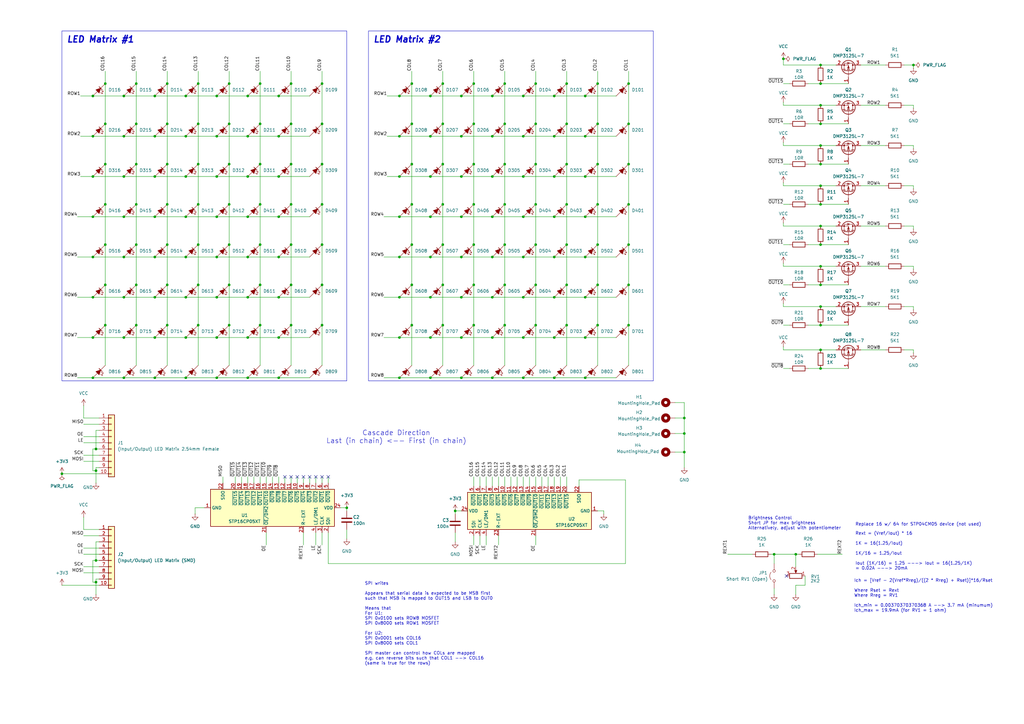
<source format=kicad_sch>
(kicad_sch (version 20231120) (generator "eeschema") (generator_version "8.0")
  (paper "A3")
  (title_block (title "STP16CP05 LED Matrix 8x16 Breakout") (date "2024-11-25") (rev "v04") (comment 3 "See: ST's Application note AN3981 for detailed usage of the LED IC driver") (comment 4 "LED matrix board controlled by two STP16CP LED IC drivers"))
  (junction (at 280.67 171.45))
  (junction (at 194.31 50.8))
  (junction (at 336.55 34.29))
  (junction (at 163.83 138.43))
  (junction (at 43.18 100.33))
  (junction (at 214.63 105.41))
  (junction (at 88.9 154.94))
  (junction (at 194.31 100.33))
  (junction (at 214.63 138.43))
  (junction (at 163.83 121.92))
  (junction (at 245.11 50.8))
  (junction (at 163.83 55.88))
  (junction (at 201.93 88.9))
  (junction (at 38.1 154.94))
  (junction (at 63.5 72.39))
  (junction (at 119.38 83.82))
  (junction (at 227.33 55.88))
  (junction (at 88.9 105.41))
  (junction (at 63.5 138.43))
  (junction (at 106.68 34.29))
  (junction (at 55.88 116.84))
  (junction (at 207.01 133.35))
  (junction (at 63.5 105.41))
  (junction (at 163.83 88.9))
  (junction (at 101.6 121.92))
  (junction (at 106.68 50.8))
  (junction (at 101.6 39.37))
  (junction (at 207.01 50.8))
  (junction (at 50.8 72.39))
  (junction (at 194.31 116.84))
  (junction (at 201.93 105.41))
  (junction (at 38.1 88.9))
  (junction (at 88.9 39.37))
  (junction (at 63.5 55.88))
  (junction (at 132.08 50.8))
  (junction (at 227.33 105.41))
  (junction (at 55.88 100.33))
  (junction (at 114.3 88.9))
  (junction (at 207.01 34.29))
  (junction (at 50.8 88.9))
  (junction (at 189.23 88.9))
  (junction (at 336.55 133.35))
  (junction (at 68.58 50.8))
  (junction (at 189.23 72.39))
  (junction (at 76.2 72.39))
  (junction (at 76.2 138.43))
  (junction (at 176.53 105.41))
  (junction (at 245.11 116.84))
  (junction (at 76.2 105.41))
  (junction (at 63.5 121.92))
  (junction (at 119.38 50.8))
  (junction (at 227.33 121.92))
  (junction (at 43.18 34.29))
  (junction (at 132.08 83.82))
  (junction (at 232.41 83.82))
  (junction (at 245.11 100.33))
  (junction (at 93.98 133.35))
  (junction (at 55.88 50.8))
  (junction (at 39.37 184.15))
  (junction (at 201.93 138.43))
  (junction (at 55.88 34.29))
  (junction (at 326.39 227.33))
  (junction (at 257.81 83.82))
  (junction (at 93.98 116.84))
  (junction (at 245.11 83.82))
  (junction (at 219.71 100.33))
  (junction (at 63.5 154.94))
  (junction (at 245.11 133.35))
  (junction (at 43.18 50.8))
  (junction (at 168.91 50.8))
  (junction (at 207.01 116.84))
  (junction (at 88.9 138.43))
  (junction (at 219.71 67.31))
  (junction (at 114.3 138.43))
  (junction (at 186.69 209.55))
  (junction (at 114.3 154.94))
  (junction (at 176.53 88.9))
  (junction (at 81.28 50.8))
  (junction (at 76.2 121.92))
  (junction (at 232.41 50.8))
  (junction (at 43.18 67.31))
  (junction (at 189.23 105.41))
  (junction (at 50.8 138.43))
  (junction (at 176.53 72.39))
  (junction (at 240.03 154.94))
  (junction (at 68.58 34.29))
  (junction (at 38.1 138.43))
  (junction (at 119.38 116.84))
  (junction (at 232.41 133.35))
  (junction (at 81.28 83.82))
  (junction (at 68.58 67.31))
  (junction (at 38.1 55.88))
  (junction (at 232.41 34.29))
  (junction (at 240.03 138.43))
  (junction (at 214.63 154.94))
  (junction (at 101.6 72.39))
  (junction (at 39.37 229.87))
  (junction (at 39.37 193.04))
  (junction (at 81.28 116.84))
  (junction (at 336.55 26.67))
  (junction (at 38.1 72.39))
  (junction (at 68.58 133.35))
  (junction (at 76.2 154.94))
  (junction (at 39.37 238.76))
  (junction (at 245.11 34.29))
  (junction (at 181.61 133.35))
  (junction (at 336.55 143.51))
  (junction (at 81.28 67.31))
  (junction (at 119.38 34.29))
  (junction (at 176.53 121.92))
  (junction (at 336.55 67.31))
  (junction (at 114.3 55.88))
  (junction (at 227.33 72.39))
  (junction (at 181.61 67.31))
  (junction (at 207.01 100.33))
  (junction (at 240.03 88.9))
  (junction (at 81.28 100.33))
  (junction (at 201.93 55.88))
  (junction (at 189.23 55.88))
  (junction (at 214.63 55.88))
  (junction (at 168.91 83.82))
  (junction (at 336.55 59.69))
  (junction (at 201.93 39.37))
  (junction (at 55.88 83.82))
  (junction (at 81.28 34.29))
  (junction (at 106.68 83.82))
  (junction (at 181.61 100.33))
  (junction (at 63.5 88.9))
  (junction (at 257.81 34.29))
  (junction (at 240.03 105.41))
  (junction (at 176.53 55.88))
  (junction (at 336.55 50.8))
  (junction (at 132.08 133.35))
  (junction (at 43.18 83.82))
  (junction (at 76.2 88.9))
  (junction (at 189.23 39.37))
  (junction (at 194.31 34.29))
  (junction (at 114.3 105.41))
  (junction (at 101.6 55.88))
  (junction (at 189.23 121.92))
  (junction (at 194.31 67.31))
  (junction (at 50.8 39.37))
  (junction (at 240.03 121.92))
  (junction (at 232.41 116.84))
  (junction (at 106.68 133.35))
  (junction (at 119.38 67.31))
  (junction (at 214.63 72.39))
  (junction (at 132.08 116.84))
  (junction (at 93.98 34.29))
  (junction (at 219.71 133.35))
  (junction (at 119.38 133.35))
  (junction (at 245.11 67.31))
  (junction (at 81.28 133.35))
  (junction (at 88.9 72.39))
  (junction (at 219.71 83.82))
  (junction (at 106.68 67.31))
  (junction (at 50.8 121.92))
  (junction (at 214.63 121.92))
  (junction (at 214.63 39.37))
  (junction (at 88.9 121.92))
  (junction (at 207.01 67.31))
  (junction (at 168.91 67.31))
  (junction (at 336.55 116.84))
  (junction (at 50.8 154.94))
  (junction (at 93.98 67.31))
  (junction (at 114.3 121.92))
  (junction (at 336.55 100.33))
  (junction (at 38.1 39.37))
  (junction (at 176.53 154.94))
  (junction (at 68.58 83.82))
  (junction (at 194.31 133.35))
  (junction (at 168.91 34.29))
  (junction (at 101.6 88.9))
  (junction (at 201.93 121.92))
  (junction (at 374.65 26.67))
  (junction (at 176.53 39.37))
  (junction (at 336.55 125.73))
  (junction (at 119.38 100.33))
  (junction (at 43.18 116.84))
  (junction (at 336.55 109.22))
  (junction (at 207.01 83.82))
  (junction (at 132.08 34.29))
  (junction (at 163.83 72.39))
  (junction (at 25.4 194.31))
  (junction (at 336.55 151.13))
  (junction (at 219.71 116.84))
  (junction (at 63.5 39.37))
  (junction (at 227.33 138.43))
  (junction (at 336.55 83.82))
  (junction (at 168.91 100.33))
  (junction (at 257.81 100.33))
  (junction (at 257.81 133.35))
  (junction (at 163.83 39.37))
  (junction (at 336.55 76.2))
  (junction (at 336.55 92.71))
  (junction (at 132.08 100.33))
  (junction (at 168.91 133.35))
  (junction (at 88.9 55.88))
  (junction (at 240.03 39.37))
  (junction (at 280.67 177.8))
  (junction (at 101.6 105.41))
  (junction (at 101.6 154.94))
  (junction (at 240.03 55.88))
  (junction (at 219.71 50.8))
  (junction (at 219.71 34.29))
  (junction (at 257.81 67.31))
  (junction (at 194.31 83.82))
  (junction (at 257.81 50.8))
  (junction (at 317.5 227.33))
  (junction (at 142.24 208.28))
  (junction (at 232.41 100.33))
  (junction (at 240.03 72.39))
  (junction (at 55.88 133.35))
  (junction (at 55.88 67.31))
  (junction (at 168.91 116.84))
  (junction (at 227.33 154.94))
  (junction (at 257.81 116.84))
  (junction (at 50.8 105.41))
  (junction (at 227.33 39.37))
  (junction (at 50.8 55.88))
  (junction (at 114.3 39.37))
  (junction (at 68.58 100.33))
  (junction (at 93.98 100.33))
  (junction (at 232.41 67.31))
  (junction (at 181.61 116.84))
  (junction (at 336.55 43.18))
  (junction (at 88.9 88.9))
  (junction (at 176.53 138.43))
  (junction (at 227.33 88.9))
  (junction (at 321.31 24.13))
  (junction (at 201.93 154.94))
  (junction (at 38.1 121.92))
  (junction (at 280.67 185.42))
  (junction (at 76.2 39.37))
  (junction (at 163.83 105.41))
  (junction (at 101.6 138.43))
  (junction (at 163.83 154.94))
  (junction (at 181.61 50.8))
  (junction (at 43.18 133.35))
  (junction (at 106.68 100.33))
  (junction (at 189.23 138.43))
  (junction (at 68.58 116.84))
  (junction (at 181.61 34.29))
  (junction (at 106.68 116.84))
  (junction (at 201.93 72.39))
  (junction (at 93.98 50.8))
  (junction (at 93.98 83.82))
  (junction (at 181.61 83.82))
  (junction (at 76.2 55.88))
  (junction (at 114.3 72.39))
  (junction (at 132.08 67.31))
  (junction (at 189.23 154.94))
  (junction (at 214.63 88.9))
  (junction (at 38.1 105.41))
  (no_connect (at 116.84 195.58))
  (no_connect (at 127 195.58))
  (no_connect (at 322.58 236.22))
  (no_connect (at 119.38 195.58))
  (no_connect (at 132.08 195.58))
  (no_connect (at 121.92 195.58))
  (no_connect (at 129.54 195.58))
  (no_connect (at 134.62 195.58))
  (no_connect (at 124.46 195.58))
  (wire (pts (xy 88.9 88.9) (xy 101.6 88.9)))
  (wire (pts (xy 219.71 50.8) (xy 219.71 67.31)))
  (wire (pts (xy 176.53 105.41) (xy 189.23 105.41)))
  (wire (pts (xy 168.91 29.21) (xy 168.91 34.29)))
  (wire (pts (xy 321.31 109.22) (xy 336.55 109.22)))
  (wire (pts (xy 232.41 100.33) (xy 232.41 116.84)))
  (wire (pts (xy 232.41 133.35) (xy 232.41 149.86)))
  (wire (pts (xy 163.83 39.37) (xy 176.53 39.37)))
  (wire (pts (xy 181.61 100.33) (xy 181.61 116.84)))
  (wire (pts (xy 232.41 50.8) (xy 232.41 67.31)))
  (wire (pts (xy 194.31 34.29) (xy 194.31 50.8)))
  (wire (pts (xy 321.31 92.71) (xy 336.55 92.71)))
  (wire (pts (xy 101.6 88.9) (xy 114.3 88.9)))
  (wire (pts (xy 168.91 133.35) (xy 168.91 149.86)))
  (wire (pts (xy 114.3 154.94) (xy 127 154.94)))
  (wire (pts (xy 40.64 237.49) (xy 39.37 237.49)))
  (wire (pts (xy 106.68 83.82) (xy 106.68 100.33)))
  (wire (pts (xy 119.38 100.33) (xy 119.38 116.84)))
  (wire (pts (xy 189.23 209.55) (xy 186.69 209.55)))
  (wire (pts (xy 93.98 50.8) (xy 93.98 67.31)))
  (wire (pts (xy 201.93 72.39) (xy 214.63 72.39)))
  (wire (pts (xy 163.83 138.43) (xy 176.53 138.43)))
  (wire (pts (xy 55.88 133.35) (xy 55.88 149.86)))
  (wire (pts (xy 81.28 50.8) (xy 81.28 67.31)))
  (wire (pts (xy 50.8 39.37) (xy 63.5 39.37)))
  (wire (pts (xy 199.39 195.58) (xy 199.39 199.39)))
  (wire (pts (xy 33.02 55.88) (xy 38.1 55.88)))
  (wire (pts (xy 214.63 55.88) (xy 227.33 55.88)))
  (wire (pts (xy 119.38 116.84) (xy 119.38 133.35)))
  (wire (pts (xy 298.45 227.33) (xy 308.61 227.33)))
  (wire (pts (xy 207.01 67.31) (xy 207.01 83.82)))
  (wire (pts (xy 63.5 138.43) (xy 76.2 138.43)))
  (wire (pts (xy 50.8 138.43) (xy 63.5 138.43)))
  (wire (pts (xy 227.33 88.9) (xy 240.03 88.9)))
  (wire (pts (xy 326.39 240.03) (xy 326.39 243.84)))
  (wire (pts (xy 93.98 83.82) (xy 93.98 100.33)))
  (wire (pts (xy 168.91 34.29) (xy 168.91 50.8)))
  (wire (pts (xy 316.23 227.33) (xy 317.5 227.33)))
  (wire (pts (xy 109.22 218.44) (xy 109.22 223.52)))
  (wire (pts (xy 68.58 50.8) (xy 68.58 67.31)))
  (wire (pts (xy 163.83 72.39) (xy 176.53 72.39)))
  (wire (pts (xy 331.47 50.8) (xy 336.55 50.8)))
  (wire (pts (xy 76.2 105.41) (xy 88.9 105.41)))
  (wire (pts (xy 114.3 55.88) (xy 127 55.88)))
  (wire (pts (xy 214.63 138.43) (xy 227.33 138.43)))
  (wire (pts (xy 207.01 29.21) (xy 207.01 34.29)))
  (wire (pts (xy 207.01 195.58) (xy 207.01 199.39)))
  (wire (pts (xy 336.55 26.67) (xy 342.9 26.67)))
  (wire (pts (xy 276.86 171.45) (xy 280.67 171.45)))
  (wire (pts (xy 374.65 76.2) (xy 374.65 77.47)))
  (wire (pts (xy 194.31 116.84) (xy 194.31 133.35)))
  (wire (pts (xy 76.2 138.43) (xy 88.9 138.43)))
  (wire (pts (xy 129.54 195.58) (xy 129.54 198.12)))
  (wire (pts (xy 331.47 67.31) (xy 336.55 67.31)))
  (wire (pts (xy 25.4 194.31) (xy 40.64 194.31)))
  (wire (pts (xy 104.14 195.58) (xy 104.14 198.12)))
  (wire (pts (xy 321.31 67.31) (xy 323.85 67.31)))
  (wire (pts (xy 336.55 67.31) (xy 347.98 67.31)))
  (wire (pts (xy 214.63 195.58) (xy 214.63 199.39)))
  (wire (pts (xy 106.68 50.8) (xy 106.68 67.31)))
  (wire (pts (xy 39.37 229.87) (xy 38.1 229.87)))
  (wire (pts (xy 219.71 29.21) (xy 219.71 34.29)))
  (wire (pts (xy 201.93 105.41) (xy 214.63 105.41)))
  (wire (pts (xy 39.37 184.15) (xy 38.1 184.15)))
  (wire (pts (xy 76.2 88.9) (xy 88.9 88.9)))
  (wire (pts (xy 157.48 121.92) (xy 163.83 121.92)))
  (wire (pts (xy 370.84 109.22) (xy 374.65 109.22)))
  (wire (pts (xy 43.18 67.31) (xy 43.18 83.82)))
  (wire (pts (xy 336.55 151.13) (xy 347.98 151.13)))
  (wire (pts (xy 331.47 100.33) (xy 336.55 100.33)))
  (wire (pts (xy 321.31 76.2) (xy 336.55 76.2)))
  (wire (pts (xy 168.91 116.84) (xy 168.91 133.35)))
  (wire (pts (xy 335.28 227.33) (xy 345.44 227.33)))
  (wire (pts (xy 111.76 195.58) (xy 111.76 198.12)))
  (wire (pts (xy 336.55 125.73) (xy 342.9 125.73)))
  (wire (pts (xy 214.63 88.9) (xy 227.33 88.9)))
  (wire (pts (xy 209.55 195.58) (xy 209.55 199.39)))
  (wire (pts (xy 353.06 92.71) (xy 363.22 92.71)))
  (wire (pts (xy 88.9 39.37) (xy 101.6 39.37)))
  (wire (pts (xy 31.75 138.43) (xy 38.1 138.43)))
  (wire (pts (xy 321.31 116.84) (xy 323.85 116.84)))
  (wire (pts (xy 38.1 138.43) (xy 50.8 138.43)))
  (wire (pts (xy 88.9 105.41) (xy 101.6 105.41)))
  (wire (pts (xy 38.1 72.39) (xy 50.8 72.39)))
  (wire (pts (xy 124.46 218.44) (xy 124.46 223.52)))
  (wire (pts (xy 31.75 88.9) (xy 38.1 88.9)))
  (wire (pts (xy 194.31 133.35) (xy 194.31 149.86)))
  (wire (pts (xy 336.55 26.67) (xy 321.31 26.67)))
  (wire (pts (xy 336.55 133.35) (xy 347.98 133.35)))
  (wire (pts (xy 55.88 100.33) (xy 55.88 116.84)))
  (wire (pts (xy 81.28 34.29) (xy 81.28 50.8)))
  (wire (pts (xy 88.9 72.39) (xy 101.6 72.39)))
  (wire (pts (xy 34.29 186.69) (xy 40.64 186.69)))
  (wire (pts (xy 336.55 92.71) (xy 342.9 92.71)))
  (wire (pts (xy 132.08 83.82) (xy 132.08 100.33)))
  (wire (pts (xy 326.39 227.33) (xy 327.66 227.33)))
  (wire (pts (xy 353.06 43.18) (xy 363.22 43.18)))
  (wire (pts (xy 326.39 227.33) (xy 326.39 232.41)))
  (wire (pts (xy 34.29 227.33) (xy 40.64 227.33)))
  (wire (pts (xy 119.38 67.31) (xy 119.38 83.82)))
  (wire (pts (xy 257.81 50.8) (xy 257.81 67.31)))
  (wire (pts (xy 201.93 121.92) (xy 214.63 121.92)))
  (wire (pts (xy 336.55 34.29) (xy 347.98 34.29)))
  (wire (pts (xy 34.29 232.41) (xy 40.64 232.41)))
  (wire (pts (xy 276.86 165.1) (xy 280.67 165.1)))
  (wire (pts (xy 50.8 121.92) (xy 63.5 121.92)))
  (wire (pts (xy 101.6 154.94) (xy 114.3 154.94)))
  (wire (pts (xy 331.47 116.84) (xy 336.55 116.84)))
  (wire (pts (xy 91.44 195.58) (xy 91.44 198.12)))
  (wire (pts (xy 257.81 67.31) (xy 257.81 83.82)))
  (wire (pts (xy 232.41 34.29) (xy 232.41 50.8)))
  (wire (pts (xy 370.84 59.69) (xy 374.65 59.69)))
  (wire (pts (xy 256.54 196.85) (xy 256.54 231.14)))
  (wire (pts (xy 353.06 125.73) (xy 363.22 125.73)))
  (wire (pts (xy 76.2 55.88) (xy 88.9 55.88)))
  (wire (pts (xy 207.01 116.84) (xy 207.01 133.35)))
  (wire (pts (xy 240.03 105.41) (xy 252.73 105.41)))
  (wire (pts (xy 76.2 72.39) (xy 88.9 72.39)))
  (wire (pts (xy 39.37 176.53) (xy 39.37 184.15)))
  (wire (pts (xy 88.9 121.92) (xy 101.6 121.92)))
  (wire (pts (xy 139.7 208.28) (xy 142.24 208.28)))
  (wire (pts (xy 214.63 105.41) (xy 227.33 105.41)))
  (wire (pts (xy 207.01 83.82) (xy 207.01 100.33)))
  (wire (pts (xy 40.64 184.15) (xy 39.37 184.15)))
  (wire (pts (xy 132.08 133.35) (xy 132.08 149.86)))
  (wire (pts (xy 232.41 67.31) (xy 232.41 83.82)))
  (wire (pts (xy 336.55 76.2) (xy 342.9 76.2)))
  (wire (pts (xy 63.5 39.37) (xy 76.2 39.37)))
  (wire (pts (xy 317.5 227.33) (xy 317.5 231.14)))
  (wire (pts (xy 101.6 195.58) (xy 101.6 198.12)))
  (wire (pts (xy 168.91 100.33) (xy 168.91 116.84)))
  (wire (pts (xy 336.55 116.84) (xy 347.98 116.84)))
  (wire (pts (xy 331.47 83.82) (xy 336.55 83.82)))
  (wire (pts (xy 101.6 72.39) (xy 114.3 72.39)))
  (wire (pts (xy 93.98 29.21) (xy 93.98 34.29)))
  (wire (pts (xy 370.84 92.71) (xy 374.65 92.71)))
  (wire (pts (xy 114.3 121.92) (xy 127 121.92)))
  (wire (pts (xy 257.81 83.82) (xy 257.81 100.33)))
  (wire (pts (xy 101.6 121.92) (xy 114.3 121.92)))
  (wire (pts (xy 353.06 109.22) (xy 363.22 109.22)))
  (wire (pts (xy 158.75 72.39) (xy 163.83 72.39)))
  (wire (pts (xy 93.98 100.33) (xy 93.98 116.84)))
  (wire (pts (xy 55.88 29.21) (xy 55.88 34.29)))
  (wire (pts (xy 119.38 50.8) (xy 119.38 67.31)))
  (wire (pts (xy 237.49 196.85) (xy 237.49 199.39)))
  (wire (pts (xy 245.11 100.33) (xy 245.11 116.84)))
  (wire (pts (xy 88.9 138.43) (xy 101.6 138.43)))
  (wire (pts (xy 119.38 34.29) (xy 119.38 50.8)))
  (wire (pts (xy 240.03 39.37) (xy 252.73 39.37)))
  (wire (pts (xy 176.53 72.39) (xy 189.23 72.39)))
  (wire (pts (xy 321.31 34.29) (xy 323.85 34.29)))
  (wire (pts (xy 374.65 26.67) (xy 374.65 27.94)))
  (wire (pts (xy 142.24 217.17) (xy 142.24 220.98)))
  (wire (pts (xy 81.28 116.84) (xy 81.28 133.35)))
  (wire (pts (xy 39.37 193.04) (xy 39.37 198.12)))
  (wire (pts (xy 232.41 83.82) (xy 232.41 100.33)))
  (wire (pts (xy 68.58 133.35) (xy 68.58 149.86)))
  (wire (pts (xy 50.8 154.94) (xy 63.5 154.94)))
  (wire (pts (xy 189.23 105.41) (xy 201.93 105.41)))
  (wire (pts (xy 321.31 107.95) (xy 321.31 109.22)))
  (wire (pts (xy 163.83 154.94) (xy 176.53 154.94)))
  (wire (pts (xy 63.5 88.9) (xy 76.2 88.9)))
  (wire (pts (xy 80.01 208.28) (xy 80.01 210.82)))
  (wire (pts (xy 132.08 218.44) (xy 132.08 223.52)))
  (wire (pts (xy 132.08 29.21) (xy 132.08 34.29)))
  (wire (pts (xy 280.67 171.45) (xy 280.67 177.8)))
  (wire (pts (xy 257.81 133.35) (xy 257.81 149.86)))
  (wire (pts (xy 38.1 88.9) (xy 50.8 88.9)))
  (wire (pts (xy 219.71 34.29) (xy 219.71 50.8)))
  (wire (pts (xy 38.1 154.94) (xy 50.8 154.94)))
  (wire (pts (xy 189.23 55.88) (xy 201.93 55.88)))
  (wire (pts (xy 38.1 229.87) (xy 38.1 238.76)))
  (wire (pts (xy 38.1 184.15) (xy 38.1 193.04)))
  (wire (pts (xy 163.83 88.9) (xy 176.53 88.9)))
  (wire (pts (xy 106.68 100.33) (xy 106.68 116.84)))
  (wire (pts (xy 40.64 171.45) (xy 34.29 171.45)))
  (wire (pts (xy 227.33 105.41) (xy 240.03 105.41)))
  (wire (pts (xy 40.64 229.87) (xy 39.37 229.87)))
  (wire (pts (xy 127 195.58) (xy 127 198.12)))
  (wire (pts (xy 212.09 195.58) (xy 212.09 199.39)))
  (wire (pts (xy 247.65 209.55) (xy 247.65 210.82)))
  (wire (pts (xy 68.58 29.21) (xy 68.58 34.29)))
  (wire (pts (xy 106.68 116.84) (xy 106.68 133.35)))
  (wire (pts (xy 224.79 195.58) (xy 224.79 199.39)))
  (wire (pts (xy 43.18 50.8) (xy 43.18 67.31)))
  (wire (pts (xy 50.8 55.88) (xy 63.5 55.88)))
  (wire (pts (xy 227.33 72.39) (xy 240.03 72.39)))
  (wire (pts (xy 323.85 100.33) (xy 321.31 100.33)))
  (wire (pts (xy 43.18 100.33) (xy 43.18 116.84)))
  (wire (pts (xy 330.2 240.03) (xy 326.39 240.03)))
  (wire (pts (xy 374.65 125.73) (xy 374.65 127)))
  (wire (pts (xy 55.88 50.8) (xy 55.88 67.31)))
  (wire (pts (xy 201.93 138.43) (xy 214.63 138.43)))
  (wire (pts (xy 336.55 109.22) (xy 342.9 109.22)))
  (wire (pts (xy 321.31 59.69) (xy 336.55 59.69)))
  (wire (pts (xy 43.18 133.35) (xy 43.18 149.86)))
  (wire (pts (xy 219.71 219.71) (xy 219.71 223.52)))
  (wire (pts (xy 207.01 34.29) (xy 207.01 50.8)))
  (wire (pts (xy 39.37 238.76) (xy 39.37 243.84)))
  (wire (pts (xy 194.31 29.21) (xy 194.31 34.29)))
  (wire (pts (xy 370.84 43.18) (xy 374.65 43.18)))
  (wire (pts (xy 353.06 26.67) (xy 363.22 26.67)))
  (wire (pts (xy 194.31 219.71) (xy 194.31 223.52)))
  (wire (pts (xy 214.63 121.92) (xy 227.33 121.92)))
  (wire (pts (xy 132.08 67.31) (xy 132.08 83.82)))
  (wire (pts (xy 88.9 154.94) (xy 101.6 154.94)))
  (wire (pts (xy 157.48 154.94) (xy 163.83 154.94)))
  (wire (pts (xy 336.55 143.51) (xy 342.9 143.51)))
  (wire (pts (xy 109.22 195.58) (xy 109.22 198.12)))
  (wire (pts (xy 176.53 121.92) (xy 189.23 121.92)))
  (wire (pts (xy 34.29 234.95) (xy 40.64 234.95)))
  (wire (pts (xy 93.98 34.29) (xy 93.98 50.8)))
  (wire (pts (xy 43.18 83.82) (xy 43.18 100.33)))
  (wire (pts (xy 129.54 218.44) (xy 129.54 223.52)))
  (wire (pts (xy 245.11 83.82) (xy 245.11 100.33)))
  (wire (pts (xy 31.75 121.92) (xy 38.1 121.92)))
  (wire (pts (xy 157.48 88.9) (xy 163.83 88.9)))
  (wire (pts (xy 257.81 100.33) (xy 257.81 116.84)))
  (wire (pts (xy 321.31 124.46) (xy 321.31 125.73)))
  (wire (pts (xy 181.61 34.29) (xy 181.61 50.8)))
  (wire (pts (xy 240.03 72.39) (xy 252.73 72.39)))
  (wire (pts (xy 353.06 76.2) (xy 363.22 76.2)))
  (wire (pts (xy 38.1 193.04) (xy 39.37 193.04)))
  (wire (pts (xy 114.3 195.58) (xy 114.3 198.12)))
  (wire (pts (xy 40.64 217.17) (xy 34.29 217.17)))
  (wire (pts (xy 222.25 195.58) (xy 222.25 199.39)))
  (wire (pts (xy 199.39 219.71) (xy 199.39 223.52)))
  (wire (pts (xy 168.91 50.8) (xy 168.91 67.31)))
  (wire (pts (xy 76.2 39.37) (xy 88.9 39.37)))
  (wire (pts (xy 132.08 34.29) (xy 132.08 50.8)))
  (wire (pts (xy 331.47 133.35) (xy 336.55 133.35)))
  (wire (pts (xy 189.23 39.37) (xy 201.93 39.37)))
  (wire (pts (xy 176.53 88.9) (xy 189.23 88.9)))
  (wire (pts (xy 219.71 133.35) (xy 219.71 149.86)))
  (wire (pts (xy 194.31 195.58) (xy 194.31 199.39)))
  (wire (pts (xy 321.31 92.71) (xy 321.31 91.44)))
  (wire (pts (xy 106.68 29.21) (xy 106.68 34.29)))
  (wire (pts (xy 240.03 88.9) (xy 252.73 88.9)))
  (wire (pts (xy 114.3 39.37) (xy 127 39.37)))
  (wire (pts (xy 245.11 29.21) (xy 245.11 34.29)))
  (wire (pts (xy 321.31 26.67) (xy 321.31 24.13)))
  (wire (pts (xy 232.41 116.84) (xy 232.41 133.35)))
  (wire (pts (xy 121.92 195.58) (xy 121.92 198.12)))
  (wire (pts (xy 93.98 67.31) (xy 93.98 83.82)))
  (wire (pts (xy 227.33 138.43) (xy 240.03 138.43)))
  (wire (pts (xy 25.4 240.03) (xy 40.64 240.03)))
  (wire (pts (xy 189.23 72.39) (xy 201.93 72.39)))
  (wire (pts (xy 106.68 133.35) (xy 106.68 149.86)))
  (wire (pts (xy 201.93 55.88) (xy 214.63 55.88)))
  (wire (pts (xy 176.53 154.94) (xy 189.23 154.94)))
  (wire (pts (xy 63.5 154.94) (xy 76.2 154.94)))
  (wire (pts (xy 257.81 34.29) (xy 257.81 50.8)))
  (wire (pts (xy 317.5 227.33) (xy 326.39 227.33)))
  (wire (pts (xy 68.58 100.33) (xy 68.58 116.84)))
  (wire (pts (xy 40.64 191.77) (xy 39.37 191.77)))
  (wire (pts (xy 176.53 138.43) (xy 189.23 138.43)))
  (wire (pts (xy 81.28 67.31) (xy 81.28 83.82)))
  (wire (pts (xy 40.64 222.25) (xy 39.37 222.25)))
  (wire (pts (xy 106.68 67.31) (xy 106.68 83.82)))
  (wire (pts (xy 157.48 138.43) (xy 163.83 138.43)))
  (wire (pts (xy 142.24 208.28) (xy 142.24 209.55)))
  (wire (pts (xy 207.01 133.35) (xy 207.01 149.86)))
  (wire (pts (xy 370.84 26.67) (xy 374.65 26.67)))
  (wire (pts (xy 189.23 138.43) (xy 201.93 138.43)))
  (wire (pts (xy 181.61 133.35) (xy 181.61 149.86)))
  (wire (pts (xy 168.91 67.31) (xy 168.91 83.82)))
  (wire (pts (xy 134.62 195.58) (xy 134.62 198.12)))
  (wire (pts (xy 63.5 72.39) (xy 76.2 72.39)))
  (wire (pts (xy 331.47 34.29) (xy 336.55 34.29)))
  (wire (pts (xy 99.06 195.58) (xy 99.06 198.12)))
  (wire (pts (xy 106.68 195.58) (xy 106.68 198.12)))
  (wire (pts (xy 321.31 74.93) (xy 321.31 76.2)))
  (wire (pts (xy 374.65 59.69) (xy 374.65 60.96)))
  (wire (pts (xy 189.23 88.9) (xy 201.93 88.9)))
  (wire (pts (xy 374.65 43.18) (xy 374.65 44.45)))
  (wire (pts (xy 217.17 195.58) (xy 217.17 199.39)))
  (wire (pts (xy 196.85 219.71) (xy 196.85 223.52)))
  (wire (pts (xy 336.55 100.33) (xy 347.98 100.33)))
  (wire (pts (xy 321.31 41.91) (xy 321.31 43.18)))
  (wire (pts (xy 132.08 50.8) (xy 132.08 67.31)))
  (wire (pts (xy 50.8 88.9) (xy 63.5 88.9)))
  (wire (pts (xy 186.69 209.55) (xy 186.69 210.82)))
  (wire (pts (xy 114.3 105.41) (xy 127 105.41)))
  (wire (pts (xy 43.18 116.84) (xy 43.18 133.35)))
  (wire (pts (xy 88.9 55.88) (xy 101.6 55.88)))
  (wire (pts (xy 101.6 105.41) (xy 114.3 105.41)))
  (wire (pts (xy 31.75 105.41) (xy 38.1 105.41)))
  (wire (pts (xy 119.38 133.35) (xy 119.38 149.86)))
  (wire (pts (xy 176.53 39.37) (xy 189.23 39.37)))
  (wire (pts (xy 240.03 138.43) (xy 252.73 138.43)))
  (wire (pts (xy 33.02 39.37) (xy 38.1 39.37)))
  (wire (pts (xy 280.67 165.1) (xy 280.67 171.45)))
  (wire (pts (xy 280.67 177.8) (xy 280.67 185.42)))
  (wire (pts (xy 83.82 208.28) (xy 80.01 208.28)))
  (wire (pts (xy 63.5 121.92) (xy 76.2 121.92)))
  (wire (pts (xy 33.02 72.39) (xy 38.1 72.39)))
  (wire (pts (xy 34.29 189.23) (xy 40.64 189.23)))
  (wire (pts (xy 321.31 143.51) (xy 336.55 143.51)))
  (wire (pts (xy 34.29 219.71) (xy 40.64 219.71)))
  (wire (pts (xy 158.75 39.37) (xy 163.83 39.37)))
  (wire (pts (xy 201.93 88.9) (xy 214.63 88.9)))
  (wire (pts (xy 227.33 39.37) (xy 240.03 39.37)))
  (wire (pts (xy 186.69 218.44) (xy 186.69 222.25)))
  (wire (pts (xy 317.5 241.3) (xy 317.5 243.84)))
  (wire (pts (xy 207.01 100.33) (xy 207.01 116.84)))
  (wire (pts (xy 34.29 179.07) (xy 40.64 179.07)))
  (wire (pts (xy 207.01 50.8) (xy 207.01 67.31)))
  (wire (pts (xy 181.61 83.82) (xy 181.61 100.33)))
  (wire (pts (xy 245.11 133.35) (xy 245.11 149.86)))
  (wire (pts (xy 55.88 34.29) (xy 55.88 50.8)))
  (wire (pts (xy 134.62 218.44) (xy 134.62 231.14)))
  (wire (pts (xy 119.38 29.21) (xy 119.38 34.29)))
  (wire (pts (xy 321.31 151.13) (xy 323.85 151.13)))
  (wire (pts (xy 330.2 236.22) (xy 330.2 240.03)))
  (wire (pts (xy 39.37 191.77) (xy 39.37 193.04)))
  (wire (pts (xy 158.75 55.88) (xy 163.83 55.88)))
  (wire (pts (xy 256.54 231.14) (xy 134.62 231.14)))
  (wire (pts (xy 38.1 55.88) (xy 50.8 55.88)))
  (wire (pts (xy 201.93 195.58) (xy 201.93 199.39)))
  (wire (pts (xy 257.81 29.21) (xy 257.81 34.29)))
  (wire (pts (xy 81.28 29.21) (xy 81.28 34.29)))
  (wire (pts (xy 194.31 50.8) (xy 194.31 67.31)))
  (wire (pts (xy 321.31 43.18) (xy 336.55 43.18)))
  (wire (pts (xy 176.53 55.88) (xy 189.23 55.88)))
  (wire (pts (xy 132.08 116.84) (xy 132.08 133.35)))
  (wire (pts (xy 93.98 116.84) (xy 93.98 133.35)))
  (wire (pts (xy 336.55 59.69) (xy 342.9 59.69)))
  (wire (pts (xy 101.6 55.88) (xy 114.3 55.88)))
  (wire (pts (xy 81.28 83.82) (xy 81.28 100.33)))
  (wire (pts (xy 81.28 133.35) (xy 81.28 149.86)))
  (wire (pts (xy 189.23 154.94) (xy 201.93 154.94)))
  (wire (pts (xy 374.65 143.51) (xy 374.65 144.78)))
  (wire (pts (xy 201.93 39.37) (xy 214.63 39.37)))
  (wire (pts (xy 257.81 116.84) (xy 257.81 133.35)))
  (wire (pts (xy 124.46 195.58) (xy 124.46 198.12)))
  (wire (pts (xy 39.37 237.49) (xy 39.37 238.76)))
  (wire (pts (xy 336.55 83.82) (xy 347.98 83.82)))
  (wire (pts (xy 219.71 83.82) (xy 219.71 100.33)))
  (wire (pts (xy 214.63 72.39) (xy 227.33 72.39)))
  (wire (pts (xy 168.91 83.82) (xy 168.91 100.33)))
  (wire (pts (xy 181.61 50.8) (xy 181.61 67.31)))
  (wire (pts (xy 214.63 154.94) (xy 227.33 154.94)))
  (wire (pts (xy 43.18 29.21) (xy 43.18 34.29)))
  (wire (pts (xy 55.88 83.82) (xy 55.88 100.33)))
  (wire (pts (xy 204.47 219.71) (xy 204.47 223.52)))
  (wire (pts (xy 240.03 55.88) (xy 252.73 55.88)))
  (wire (pts (xy 321.31 83.82) (xy 323.85 83.82)))
  (wire (pts (xy 38.1 121.92) (xy 50.8 121.92)))
  (wire (pts (xy 119.38 195.58) (xy 119.38 198.12)))
  (wire (pts (xy 63.5 55.88) (xy 76.2 55.88)))
  (wire (pts (xy 219.71 67.31) (xy 219.71 83.82)))
  (wire (pts (xy 276.86 185.42) (xy 280.67 185.42)))
  (wire (pts (xy 163.83 121.92) (xy 176.53 121.92)))
  (wire (pts (xy 232.41 195.58) (xy 232.41 199.39)))
  (wire (pts (xy 34.29 181.61) (xy 40.64 181.61)))
  (wire (pts (xy 214.63 39.37) (xy 227.33 39.37)))
  (wire (pts (xy 245.11 50.8) (xy 245.11 67.31)))
  (wire (pts (xy 38.1 39.37) (xy 50.8 39.37)))
  (wire (pts (xy 38.1 105.41) (xy 50.8 105.41)))
  (wire (pts (xy 321.31 125.73) (xy 336.55 125.73)))
  (wire (pts (xy 280.67 185.42) (xy 280.67 191.77)))
  (wire (pts (xy 76.2 154.94) (xy 88.9 154.94)))
  (wire (pts (xy 114.3 88.9) (xy 127 88.9)))
  (wire (pts (xy 227.33 121.92) (xy 240.03 121.92)))
  (wire (pts (xy 34.29 224.79) (xy 40.64 224.79)))
  (wire (pts (xy 96.52 195.58) (xy 96.52 198.12)))
  (wire (pts (xy 114.3 138.43) (xy 127 138.43)))
  (wire (pts (xy 40.64 176.53) (xy 39.37 176.53)))
  (wire (pts (xy 194.31 100.33) (xy 194.31 116.84)))
  (wire (pts (xy 106.68 34.29) (xy 106.68 50.8)))
  (wire (pts (xy 196.85 195.58) (xy 196.85 199.39)))
  (wire (pts (xy 245.11 67.31) (xy 245.11 83.82)))
  (wire (pts (xy 68.58 83.82) (xy 68.58 100.33)))
  (wire (pts (xy 276.86 177.8) (xy 280.67 177.8)))
  (wire (pts (xy 336.55 43.18) (xy 342.9 43.18)))
  (wire (pts (xy 68.58 67.31) (xy 68.58 83.82)))
  (wire (pts (xy 370.84 76.2) (xy 374.65 76.2)))
  (wire (pts (xy 38.1 238.76) (xy 39.37 238.76)))
  (wire (pts (xy 194.31 83.82) (xy 194.31 100.33)))
  (wire (pts (xy 101.6 138.43) (xy 114.3 138.43)))
  (wire (pts (xy 76.2 121.92) (xy 88.9 121.92)))
  (wire (pts (xy 116.84 195.58) (xy 116.84 198.12)))
  (wire (pts (xy 374.65 92.71) (xy 374.65 93.98)))
  (wire (pts (xy 219.71 195.58) (xy 219.71 199.39)))
  (wire (pts (xy 119.38 83.82) (xy 119.38 100.33)))
  (wire (pts (xy 63.5 105.41) (xy 76.2 105.41)))
  (wire (pts (xy 370.84 143.51) (xy 374.65 143.51)))
  (wire (pts (xy 189.23 121.92) (xy 201.93 121.92)))
  (wire (pts (xy 55.88 67.31) (xy 55.88 83.82)))
  (wire (pts (xy 245.11 116.84) (xy 245.11 133.35)))
  (wire (pts (xy 43.18 34.29) (xy 43.18 50.8)))
  (wire (pts (xy 321.31 59.69) (xy 321.31 58.42)))
  (wire (pts (xy 101.6 39.37) (xy 114.3 39.37)))
  (wire (pts (xy 50.8 105.41) (xy 63.5 105.41)))
  (wire (pts (xy 194.31 67.31) (xy 194.31 83.82)))
  (wire (pts (xy 181.61 29.21) (xy 181.61 34.29)))
  (wire (pts (xy 227.33 55.88) (xy 240.03 55.88)))
  (wire (pts (xy 227.33 154.94) (xy 240.03 154.94)))
  (wire (pts (xy 321.31 50.8) (xy 323.85 50.8)))
  (wire (pts (xy 55.88 116.84) (xy 55.88 133.35)))
  (wire (pts (xy 240.03 121.92) (xy 252.73 121.92)))
  (wire (pts (xy 34.29 171.45) (xy 34.29 166.37)))
  (wire (pts (xy 353.06 59.69) (xy 363.22 59.69)))
  (wire (pts (xy 321.31 133.35) (xy 323.85 133.35)))
  (wire (pts (xy 31.75 154.94) (xy 38.1 154.94)))
  (wire (pts (xy 93.98 133.35) (xy 93.98 149.86)))
  (wire (pts (xy 245.11 209.55) (xy 247.65 209.55)))
  (wire (pts (xy 229.87 195.58) (xy 229.87 199.39)))
  (wire (pts (xy 240.03 154.94) (xy 252.73 154.94)))
  (wire (pts (xy 336.55 50.8) (xy 347.98 50.8)))
  (wire (pts (xy 201.93 154.94) (xy 214.63 154.94)))
  (wire (pts (xy 39.37 222.25) (xy 39.37 229.87)))
  (wire (pts (xy 331.47 151.13) (xy 336.55 151.13)))
  (wire (pts (xy 132.08 195.58) (xy 132.08 198.12)))
  (wire (pts (xy 204.47 195.58) (xy 204.47 199.39)))
  (wire (pts (xy 68.58 34.29) (xy 68.58 50.8)))
  (wire (pts (xy 219.71 100.33) (xy 219.71 116.84)))
  (wire (pts (xy 68.58 116.84) (xy 68.58 133.35)))
  (wire (pts (xy 245.11 34.29) (xy 245.11 50.8)))
  (wire (pts (xy 374.65 109.22) (xy 374.65 110.49)))
  (wire (pts (xy 353.06 143.51) (xy 363.22 143.51)))
  (wire (pts (xy 181.61 67.31) (xy 181.61 83.82)))
  (wire (pts (xy 34.29 173.99) (xy 40.64 173.99)))
  (wire (pts (xy 81.28 100.33) (xy 81.28 116.84)))
  (wire (pts (xy 219.71 116.84) (xy 219.71 133.35)))
  (wire (pts (xy 237.49 196.85) (xy 256.54 196.85)))
  (wire (pts (xy 163.83 105.41) (xy 176.53 105.41)))
  (wire (pts (xy 227.33 195.58) (xy 227.33 199.39)))
  (wire (pts (xy 34.29 217.17) (xy 34.29 212.09)))
  (wire (pts (xy 181.61 116.84) (xy 181.61 133.35)))
  (wire (pts (xy 132.08 100.33) (xy 132.08 116.84)))
  (wire (pts (xy 157.48 105.41) (xy 163.83 105.41)))
  (wire (pts (xy 321.31 142.24) (xy 321.31 143.51)))
  (wire (pts (xy 50.8 72.39) (xy 63.5 72.39)))
  (wire (pts (xy 370.84 125.73) (xy 374.65 125.73)))
  (wire (pts (xy 232.41 29.21) (xy 232.41 34.29)))
  (wire (pts (xy 163.83 55.88) (xy 176.53 55.88)))
  (wire (pts (xy 114.3 72.39) (xy 127 72.39)))
  (text_box "LED Matrix #1" (at 25.4 12.7 0) (size 116.84 143.51) (effects (font (size 2.54 2.54) (thickness 0.508) (bold yes) (italic yes)) (justify left top)))
  (text_box "LED Matrix #2" (at 151.13 12.7 0) (size 116.84 143.51) (effects (font (size 2.54 2.54) (thickness 0.508) (bold yes) (italic yes)) (justify left top)))
  (text "Cascade Direction\nLast (in chain) <-- First (in chain)" (at 162.56 179.324 0) (effects (font (size 2.032 2.032))))
  (text "Rext = (Vref/Iout) * 16\n\n1K = 16(1.25/Iout)\n\n1K/16 = 1.25/Iout\n\nIout (1K/16) = 1.25 ---> Iout = 16(1.25/1K)\n= 0.02A ---> 20mA" (at 350.774 226.06 0) (effects (font (size 1.27 1.27)) (justify left)))
  (text "Ich = [Vref - 2(Vref*Rreg)/((2 * Rreg) + Rset)]*16/Rset\n\nWhere Rset = Rext\nWhere Rreg = RV1\n\nIch_min = 0.00370370370368 A --> 3.7 mA (minumum)\nIch_max = 19.9mA (for RV1 = 1 ohm) " (at 350.266 244.348 0) (effects (font (size 1.27 1.27)) (justify left)))
  (text "Replace 16 w/ 64 for STP04CM05 device (not used)" (at 350.774 215.138 0) (effects (font (size 1.27 1.27)) (justify left)))
  (text "SPI writes\n\nAppears that serial data is expected to be MSB first\nsuch that MSB is mapped to OUT15 and LSB to OUT0\n\nMeans that\nFor U1:\nSPI 0x0100 sets ROW8 MOSFET\nSPI 0x8000 sets ROW1 MOSFET\n\nFor U2:\nSPI 0x0001 sets COL16\nSPI 0x8000 sets COL1\n\nSPI master can control how COLs are mapped\ne.g. can reverse bits such that COL1 --> COL16\n(same is true for the rows)" (at 149.606 255.778 0) (effects (font (size 1.27 1.27)) (justify left)))
  (text "Brightness Control\nShort JP for max brightness\nAlternatively, adjust with potentiometer" (at 306.832 214.63 0) (effects (font (size 1.27 1.27)) (justify left)))
  (label "~{OUT12}" (at 104.14 195.58 90))
  (label "ROW4" (at 355.6 76.2 0))
  (label "OE" (at 34.29 179.07 180))
  (label "MOSI" (at 34.29 189.23 180))
  (label "ROW3" (at 33.02 72.39 180))
  (label "~{OUT14}" (at 99.06 195.58 90))
  (label "COL4" (at 224.79 195.58 90))
  (label "~{OUT8}" (at 114.3 195.58 90))
  (label "ROW7" (at 355.6 125.73 0))
  (label "COL14" (at 68.58 29.21 90))
  (label "ROW6" (at 31.75 121.92 180))
  (label "ROW2" (at 158.75 55.88 180))
  (label "ROW1" (at 158.75 39.37 180))
  (label "COL11" (at 207.01 195.58 90))
  (label "MOSI" (at 34.29 234.95 180))
  (label "ROW8" (at 31.75 154.94 180))
  (label "COL7" (at 181.61 29.21 90))
  (label "SCK" (at 132.08 223.52 270))
  (label "OE" (at 219.71 223.52 270))
  (label "ROW4" (at 31.75 88.9 180))
  (label "MISO" (at 34.29 173.99 180))
  (label "ROW7" (at 157.48 138.43 180))
  (label "~{OUT12}" (at 321.31 83.82 180))
  (label "COL3" (at 227.33 195.58 90))
  (label "SCK" (at 34.29 232.41 180))
  (label "COL6" (at 194.31 29.21 90))
  (label "COL15" (at 196.85 195.58 90))
  (label "COL7" (at 217.17 195.58 90))
  (label "SCK" (at 196.85 223.52 270))
  (label "COL5" (at 207.01 29.21 90))
  (label "LE" (at 34.29 181.61 180))
  (label "COL13" (at 81.28 29.21 90))
  (label "COL3" (at 232.41 29.21 90))
  (label "COL10" (at 119.38 29.21 90))
  (label "COL15" (at 55.88 29.21 90))
  (label "ROW4" (at 157.48 88.9 180))
  (label "ROW7" (at 31.75 138.43 180))
  (label "~{OUT11}" (at 321.31 100.33 180))
  (label "REXT1" (at 124.46 223.52 270))
  (label "~{OUT13}" (at 101.6 195.58 90))
  (label "COL1" (at 257.81 29.21 90))
  (label "SCK" (at 34.29 186.69 180))
  (label "~{OUT10}" (at 109.22 195.58 90))
  (label "~{OUT13}" (at 321.31 67.31 180))
  (label "LE" (at 34.29 227.33 180))
  (label "COL8" (at 168.91 29.21 90))
  (label "OE" (at 34.29 224.79 180))
  (label "ROW8" (at 157.48 154.94 180))
  (label "MISO" (at 34.29 219.71 180))
  (label "COL10" (at 209.55 195.58 90))
  (label "MISO" (at 91.44 195.58 90))
  (label "COL9" (at 132.08 29.21 90))
  (label "COL13" (at 201.93 195.58 90))
  (label "~{OUT15}" (at 321.31 34.29 180))
  (label "OE" (at 109.22 223.52 270))
  (label "COL6" (at 219.71 195.58 90))
  (label "ROW5" (at 31.75 105.41 180))
  (label "ROW3" (at 158.75 72.39 180))
  (label "COL2" (at 245.11 29.21 90))
  (label "MOSI" (at 194.31 223.52 270))
  (label "ROW5" (at 157.48 105.41 180))
  (label "COL16" (at 43.18 29.21 90))
  (label "ROW8" (at 355.6 143.51 0))
  (label "~{OUT15}" (at 96.52 195.58 90))
  (label "~{OUT9}" (at 321.31 133.35 180))
  (label "~{OUT8}" (at 321.31 151.13 180))
  (label "LE" (at 129.54 223.52 270))
  (label "REXT2" (at 204.47 223.52 270))
  (label "COL11" (at 106.68 29.21 90))
  (label "ROW3" (at 355.6 59.69 0))
  (label "ROW1" (at 33.02 39.37 180))
  (label "REXT1" (at 298.45 227.33 90))
  (label "ROW6" (at 157.48 121.92 180))
  (label "COL9" (at 212.09 195.58 90))
  (label "COL14" (at 199.39 195.58 90))
  (label "LE" (at 199.39 223.52 270))
  (label "ROW6" (at 355.6 109.22 0))
  (label "COL16" (at 194.31 195.58 90))
  (label "ROW2" (at 355.6 43.18 0))
  (label "~{OUT11}" (at 106.68 195.58 90))
  (label "COL1" (at 232.41 195.58 90))
  (label "REXT2" (at 345.44 227.33 90))
  (label "ROW1" (at 355.6 26.67 0))
  (label "COL12" (at 204.47 195.58 90))
  (label "ROW2" (at 33.02 55.88 180))
  (label "~{OUT14}" (at 321.31 50.8 180))
  (label "ROW5" (at 355.6 92.71 0))
  (label "COL2" (at 229.87 195.58 90))
  (label "COL12" (at 93.98 29.21 90))
  (label "COL5" (at 222.25 195.58 90))
  (label "COL4" (at 219.71 29.21 90))
  (label "COL8" (at 214.63 195.58 90))
  (label "~{OUT10}" (at 321.31 116.84 180))
  (label "~{OUT9}" (at 111.76 195.58 90))
  (symbol (lib_id "Device:C") (at 186.69 214.63 0) (mirror y) (unit 1)
    (property "Reference" "C3" (at 184.15 213.36 0) (effects (justify left)))
    (property "Value" "100n" (at 184.15 215.9 0) (effects (justify left)))
    (property "Footprint" "Capacitor_SMD:C_0603_1608Metric" (effects (hide yes)))
    (property "Description" "Unpolarized capacitor" (effects (hide yes)))
  )
  (symbol (lib_id "Device:LED_45deg_Filled") (at 53.34 36.83 90) (unit 1)
    (property "Reference" "D115" (at 57.15 36.8299 90) (effects (justify right)))
    (property "Value" "LTST-C171KRKT" (effects (hide yes)))
    (property "Footprint" "LED_SMD:LED_0603_1608Metric_Pad1.05x0.95mm_HandSolder" (effects (hide yes)))
    (property "Description" "Light emitting diode, rotated by 45°" (effects (hide yes)))
  )
  (symbol (lib_id "Device:LED_45deg_Filled") (at 66.04 69.85 90) (unit 1)
    (property "Reference" "D314" (at 69.85 69.8499 90) (effects (justify right)))
    (property "Value" "LTST-C171KRKT" (effects (hide yes)))
    (property "Footprint" "LED_SMD:LED_0603_1608Metric_Pad1.05x0.95mm_HandSolder" (effects (hide yes)))
    (property "Description" "Light emitting diode, rotated by 45°" (effects (hide yes)))
  )
  (symbol (lib_id "Device:LED_45deg_Filled") (at 91.44 36.83 90) (unit 1)
    (property "Reference" "D112" (at 95.25 36.8299 90) (effects (justify right)))
    (property "Value" "LTST-C171KRKT" (effects (hide yes)))
    (property "Footprint" "LED_SMD:LED_0603_1608Metric_Pad1.05x0.95mm_HandSolder" (effects (hide yes)))
    (property "Description" "Light emitting diode, rotated by 45°" (effects (hide yes)))
  )
  (symbol (lib_id "Device:LED_45deg_Filled") (at 166.37 69.85 90) (unit 1)
    (property "Reference" "D308" (at 170.18 69.8499 90) (effects (justify right)))
    (property "Value" "LTST-C171KRKT" (effects (hide yes)))
    (property "Footprint" "LED_SMD:LED_0603_1608Metric_Pad1.05x0.95mm_HandSolder" (effects (hide yes)))
    (property "Description" "Light emitting diode, rotated by 45°" (effects (hide yes)))
  )
  (symbol (lib_id "Device:LED_45deg_Filled") (at 217.17 119.38 90) (unit 1)
    (property "Reference" "D604" (at 220.98 119.3799 90) (effects (justify right)))
    (property "Value" "LTST-C171KRKT" (effects (hide yes)))
    (property "Footprint" "LED_SMD:LED_0603_1608Metric_Pad1.05x0.95mm_HandSolder" (effects (hide yes)))
    (property "Description" "Light emitting diode, rotated by 45°" (effects (hide yes)))
  )
  (symbol (lib_id "Device:LED_45deg_Filled") (at 204.47 119.38 90) (unit 1)
    (property "Reference" "D605" (at 208.28 119.3799 90) (effects (justify right)))
    (property "Value" "LTST-C171KRKT" (effects (hide yes)))
    (property "Footprint" "LED_SMD:LED_0603_1608Metric_Pad1.05x0.95mm_HandSolder" (effects (hide yes)))
    (property "Description" "Light emitting diode, rotated by 45°" (effects (hide yes)))
  )
  (symbol (lib_id "Transistor_FET:AO3401A") (at 347.98 128.27 270) (mirror x) (unit 1)
    (property "Reference" "Q7" (at 347.98 119.38 90))
    (property "Value" "DMP3125L-7" (at 347.98 121.92 90))
    (property "Footprint" "Package_TO_SOT_SMD:SOT-23" (effects (hide yes)))
    (property "Datasheet" "http://www.aosmd.com/pdfs/datasheet/AO3401A.pdf" (effects (hide yes)))
    (property "Description" "-4.0A Id, -30V Vds, P-Channel MOSFET, SOT-23" (effects (hide yes)))
  )
  (symbol (lib_id "power:VCC") (at 321.31 124.46 0) (unit 1)
    (property "Reference" "#PWR014" (effects (hide yes)))
    (property "Value" "VCC" (at 321.31 120.65 0))
    (property "Description" "Power symbol creates a global label with name \"VCC\"" (effects (hide yes)))
  )
  (symbol (lib_id "power:GND") (at 317.5 243.84 0) (unit 1)
    (property "Reference" "#PWR028" (effects (hide yes)))
    (property "Value" "GND" (at 317.5 248.92 0))
    (property "Description" "Power symbol creates a global label with name \"GND\" , ground" (effects (hide yes)))
  )
  (symbol (lib_id "Device:R") (at 336.55 80.01 180) (unit 1)
    (property "Reference" "R11" (at 339.09 78.7399 0) (effects (justify right)))
    (property "Value" "1K" (at 339.09 81.2799 0) (effects (justify right)))
    (property "Footprint" "Resistor_SMD:R_0603_1608Metric" (effects (hide yes)))
    (property "Description" "Resistor" (effects (hide yes)))
  )
  (symbol (lib_id "Device:LED_45deg_Filled") (at 129.54 36.83 90) (unit 1)
    (property "Reference" "D109" (at 133.35 36.8299 90) (effects (justify right)))
    (property "Value" "LTST-C171KRKT" (effects (hide yes)))
    (property "Footprint" "LED_SMD:LED_0603_1608Metric_Pad1.05x0.95mm_HandSolder" (effects (hide yes)))
    (property "Description" "Light emitting diode, rotated by 45°" (effects (hide yes)))
  )
  (symbol (lib_id "Device:LED_45deg_Filled") (at 40.64 53.34 90) (unit 1)
    (property "Reference" "D216" (at 44.45 53.3399 90) (effects (justify right)))
    (property "Value" "LTST-C171KRKT" (effects (hide yes)))
    (property "Footprint" "LED_SMD:LED_0603_1608Metric_Pad1.05x0.95mm_HandSolder" (effects (hide yes)))
    (property "Description" "Light emitting diode, rotated by 45°" (effects (hide yes)))
  )
  (symbol (lib_id "power:GND") (at 374.65 60.96 0) (unit 1)
    (property "Reference" "#PWR07" (effects (hide yes)))
    (property "Value" "GND" (at 374.65 66.04 0))
    (property "Description" "Power symbol creates a global label with name \"GND\" , ground" (effects (hide yes)))
  )
  (symbol (lib_id "Device:LED_45deg_Filled") (at 229.87 135.89 90) (unit 1)
    (property "Reference" "D703" (at 233.68 135.8899 90) (effects (justify right)))
    (property "Value" "LTST-C171KRKT" (effects (hide yes)))
    (property "Footprint" "LED_SMD:LED_0603_1608Metric_Pad1.05x0.95mm_HandSolder" (effects (hide yes)))
    (property "Description" "Light emitting diode, rotated by 45°" (effects (hide yes)))
  )
  (symbol (lib_id "power:GND") (at 247.65 210.82 0) (unit 1)
    (property "Reference" "#PWR024" (effects (hide yes)))
    (property "Value" "GND" (at 247.65 215.9 0))
    (property "Description" "Power symbol creates a global label with name \"GND\" , ground" (effects (hide yes)))
  )
  (symbol (lib_id "Device:LED_45deg_Filled") (at 229.87 152.4 90) (unit 1)
    (property "Reference" "D803" (at 233.68 152.3999 90) (effects (justify right)))
    (property "Value" "LTST-C171KRKT" (effects (hide yes)))
    (property "Footprint" "LED_SMD:LED_0603_1608Metric_Pad1.05x0.95mm_HandSolder" (effects (hide yes)))
    (property "Description" "Light emitting diode, rotated by 45°" (effects (hide yes)))
  )
  (symbol (lib_id "Device:R") (at 331.47 227.33 270) (unit 1)
    (property "Reference" "R26" (at 331.47 220.98 90))
    (property "Value" "1K" (at 331.47 223.52 90))
    (property "Footprint" "Resistor_SMD:R_0603_1608Metric" (effects (hide yes)))
    (property "Description" "Resistor" (effects (hide yes)))
  )
  (symbol (lib_id "Transistor_FET:AO3401A") (at 347.98 45.72 270) (mirror x) (unit 1)
    (property "Reference" "Q2" (at 347.98 36.83 90))
    (property "Value" "DMP3125L-7" (at 347.98 39.37 90))
    (property "Footprint" "Package_TO_SOT_SMD:SOT-23" (effects (hide yes)))
    (property "Datasheet" "http://www.aosmd.com/pdfs/datasheet/AO3401A.pdf" (effects (hide yes)))
    (property "Description" "-4.0A Id, -30V Vds, P-Channel MOSFET, SOT-23" (effects (hide yes)))
  )
  (symbol (lib_id "Device:LED_45deg_Filled") (at 66.04 152.4 90) (unit 1)
    (property "Reference" "D814" (at 69.85 152.3999 90) (effects (justify right)))
    (property "Value" "LTST-C171KRKT" (effects (hide yes)))
    (property "Footprint" "LED_SMD:LED_0603_1608Metric_Pad1.05x0.95mm_HandSolder" (effects (hide yes)))
    (property "Description" "Light emitting diode, rotated by 45°" (effects (hide yes)))
  )
  (symbol (lib_id "Device:LED_45deg_Filled") (at 217.17 53.34 90) (unit 1)
    (property "Reference" "D204" (at 220.98 53.3399 90) (effects (justify right)))
    (property "Value" "LTST-C171KRKT" (effects (hide yes)))
    (property "Footprint" "LED_SMD:LED_0603_1608Metric_Pad1.05x0.95mm_HandSolder" (effects (hide yes)))
    (property "Description" "Light emitting diode, rotated by 45°" (effects (hide yes)))
  )
  (symbol (lib_id "Device:LED_45deg_Filled") (at 242.57 102.87 90) (unit 1)
    (property "Reference" "D502" (at 246.38 102.8699 90) (effects (justify right)))
    (property "Value" "LTST-C171KRKT" (effects (hide yes)))
    (property "Footprint" "LED_SMD:LED_0603_1608Metric_Pad1.05x0.95mm_HandSolder" (effects (hide yes)))
    (property "Description" "Light emitting diode, rotated by 45°" (effects (hide yes)))
  )
  (symbol (lib_id "power:PWR_FLAG") (at 25.4 194.31 180) (unit 1)
    (property "Reference" "#FLG04" (effects (hide yes)))
    (property "Value" "PWR_FLAG" (at 25.4 199.39 0))
    (property "Description" "Special symbol for telling ERC where power comes from" (effects (hide yes)))
  )
  (symbol (lib_id "Device:LED_45deg_Filled") (at 204.47 86.36 90) (unit 1)
    (property "Reference" "D405" (at 208.28 86.3599 90) (effects (justify right)))
    (property "Value" "LTST-C171KRKT" (effects (hide yes)))
    (property "Footprint" "LED_SMD:LED_0603_1608Metric_Pad1.05x0.95mm_HandSolder" (effects (hide yes)))
    (property "Description" "Light emitting diode, rotated by 45°" (effects (hide yes)))
  )
  (symbol (lib_id "Device:LED_45deg_Filled") (at 116.84 36.83 90) (unit 1)
    (property "Reference" "D110" (at 120.65 36.8299 90) (effects (justify right)))
    (property "Value" "LTST-C171KRKT" (effects (hide yes)))
    (property "Footprint" "LED_SMD:LED_0603_1608Metric_Pad1.05x0.95mm_HandSolder" (effects (hide yes)))
    (property "Description" "Light emitting diode, rotated by 45°" (effects (hide yes)))
  )
  (symbol (lib_id "Device:LED_45deg_Filled") (at 242.57 36.83 90) (unit 1)
    (property "Reference" "D102" (at 246.38 36.8299 90) (effects (justify right)))
    (property "Value" "LTST-C171KRKT" (effects (hide yes)))
    (property "Footprint" "LED_SMD:LED_0603_1608Metric_Pad1.05x0.95mm_HandSolder" (effects (hide yes)))
    (property "Description" "Light emitting diode, rotated by 45°" (effects (hide yes)))
  )
  (symbol (lib_id "Device:LED_45deg_Filled") (at 129.54 135.89 90) (unit 1)
    (property "Reference" "D709" (at 133.35 135.8899 90) (effects (justify right)))
    (property "Value" "LTST-C171KRKT" (effects (hide yes)))
    (property "Footprint" "LED_SMD:LED_0603_1608Metric_Pad1.05x0.95mm_HandSolder" (effects (hide yes)))
    (property "Description" "Light emitting diode, rotated by 45°" (effects (hide yes)))
  )
  (symbol (lib_id "Device:LED_45deg_Filled") (at 129.54 119.38 90) (unit 1)
    (property "Reference" "D609" (at 133.35 119.3799 90) (effects (justify right)))
    (property "Value" "LTST-C171KRKT" (effects (hide yes)))
    (property "Footprint" "LED_SMD:LED_0603_1608Metric_Pad1.05x0.95mm_HandSolder" (effects (hide yes)))
    (property "Description" "Light emitting diode, rotated by 45°" (effects (hide yes)))
  )
  (symbol (lib_id "power:GND") (at 280.67 191.77 0) (unit 1)
    (property "Reference" "#PWR034" (effects (hide yes)))
    (property "Value" "GND" (at 280.67 196.85 0))
    (property "Description" "Power symbol creates a global label with name \"GND\" , ground" (effects (hide yes)))
  )
  (symbol (lib_id "Device:R") (at 336.55 30.48 180) (unit 1)
    (property "Reference" "R2" (at 339.09 29.2099 0) (effects (justify right)))
    (property "Value" "1K" (at 339.09 31.7499 0) (effects (justify right)))
    (property "Footprint" "Resistor_SMD:R_0603_1608Metric" (effects (hide yes)))
    (property "Description" "Resistor" (effects (hide yes)))
  )
  (symbol (lib_id "Device:LED_45deg_Filled") (at 78.74 152.4 90) (unit 1)
    (property "Reference" "D813" (at 82.55 152.3999 90) (effects (justify right)))
    (property "Value" "LTST-C171KRKT" (effects (hide yes)))
    (property "Footprint" "LED_SMD:LED_0603_1608Metric_Pad1.05x0.95mm_HandSolder" (effects (hide yes)))
    (property "Description" "Light emitting diode, rotated by 45°" (effects (hide yes)))
  )
  (symbol (lib_id "Transistor_FET:AO3401A") (at 347.98 95.25 270) (mirror x) (unit 1)
    (property "Reference" "Q5" (at 347.98 86.36 90))
    (property "Value" "DMP3125L-7" (at 347.98 88.9 90))
    (property "Footprint" "Package_TO_SOT_SMD:SOT-23" (effects (hide yes)))
    (property "Datasheet" "http://www.aosmd.com/pdfs/datasheet/AO3401A.pdf" (effects (hide yes)))
    (property "Description" "-4.0A Id, -30V Vds, P-Channel MOSFET, SOT-23" (effects (hide yes)))
  )
  (symbol (lib_id "Connector_Generic:Conn_01x10") (at 45.72 181.61 0) (unit 1)
    (property "Reference" "J1" (at 48.26 181.6099 0) (effects (justify left)))
    (property "Value" "(Input/Output) LED Matrix 2.54mm Female" (at 48.26 184.1499 0) (effects (justify left)))
    (property "Footprint" "Connector_PinHeader_2.54mm:PinHeader_1x10_P2.54mm_Vertical" (effects (hide yes)))
    (property "Description" "Generic connector, single row, 01x10, script generated (kicad-library-utils/schlib/autogen/connector/)" (effects (hide yes)))
  )
  (symbol (lib_id "Device:R") (at 312.42 227.33 270) (unit 1)
    (property "Reference" "R25" (at 312.42 220.98 90))
    (property "Value" "1K" (at 312.42 223.52 90))
    (property "Footprint" "Resistor_SMD:R_0603_1608Metric" (effects (hide yes)))
    (property "Description" "Resistor" (effects (hide yes)))
  )
  (symbol (lib_id "Device:LED_45deg_Filled") (at 40.64 36.83 90) (unit 1)
    (property "Reference" "D116" (at 44.45 36.8299 90) (effects (justify right)))
    (property "Value" "LTST-C171KRKT" (effects (hide yes)))
    (property "Footprint" "LED_SMD:LED_0603_1608Metric_Pad1.05x0.95mm_HandSolder" (effects (hide yes)))
    (property "Description" "Light emitting diode, rotated by 45°" (effects (hide yes)))
  )
  (symbol (lib_id "Device:LED_45deg_Filled") (at 40.64 119.38 90) (unit 1)
    (property "Reference" "D616" (at 44.45 119.3799 90) (effects (justify right)))
    (property "Value" "LTST-C171KRKT" (effects (hide yes)))
    (property "Footprint" "LED_SMD:LED_0603_1608Metric_Pad1.05x0.95mm_HandSolder" (effects (hide yes)))
    (property "Description" "Light emitting diode, rotated by 45°" (effects (hide yes)))
  )
  (symbol (lib_id "Device:LED_45deg_Filled") (at 53.34 102.87 90) (unit 1)
    (property "Reference" "D515" (at 57.15 102.8699 90) (effects (justify right)))
    (property "Value" "LTST-C171KRKT" (effects (hide yes)))
    (property "Footprint" "LED_SMD:LED_0603_1608Metric_Pad1.05x0.95mm_HandSolder" (effects (hide yes)))
    (property "Description" "Light emitting diode, rotated by 45°" (effects (hide yes)))
  )
  (symbol (lib_id "Device:LED_45deg_Filled") (at 255.27 152.4 90) (unit 1)
    (property "Reference" "D801" (at 259.08 152.3999 90) (effects (justify right)))
    (property "Value" "LTST-C171KRKT" (effects (hide yes)))
    (property "Footprint" "LED_SMD:LED_0603_1608Metric_Pad1.05x0.95mm_HandSolder" (effects (hide yes)))
    (property "Description" "Light emitting diode, rotated by 45°" (effects (hide yes)))
  )
  (symbol (lib_id "Device:LED_45deg_Filled") (at 116.84 102.87 90) (unit 1)
    (property "Reference" "D510" (at 120.65 102.8699 90) (effects (justify right)))
    (property "Value" "LTST-C171KRKT" (effects (hide yes)))
    (property "Footprint" "LED_SMD:LED_0603_1608Metric_Pad1.05x0.95mm_HandSolder" (effects (hide yes)))
    (property "Description" "Light emitting diode, rotated by 45°" (effects (hide yes)))
  )
  (symbol (lib_id "Device:LED_45deg_Filled") (at 78.74 135.89 90) (unit 1)
    (property "Reference" "D713" (at 82.55 135.8899 90) (effects (justify right)))
    (property "Value" "LTST-C171KRKT" (effects (hide yes)))
    (property "Footprint" "LED_SMD:LED_0603_1608Metric_Pad1.05x0.95mm_HandSolder" (effects (hide yes)))
    (property "Description" "Light emitting diode, rotated by 45°" (effects (hide yes)))
  )
  (symbol (lib_id "Device:LED_45deg_Filled") (at 242.57 86.36 90) (unit 1)
    (property "Reference" "D402" (at 246.38 86.3599 90) (effects (justify right)))
    (property "Value" "LTST-C171KRKT" (effects (hide yes)))
    (property "Footprint" "LED_SMD:LED_0603_1608Metric_Pad1.05x0.95mm_HandSolder" (effects (hide yes)))
    (property "Description" "Light emitting diode, rotated by 45°" (effects (hide yes)))
  )
  (symbol (lib_id "Device:R") (at 367.03 125.73 270) (unit 1)
    (property "Reference" "R19" (at 367.03 119.38 90))
    (property "Value" "5K1" (at 367.03 121.92 90))
    (property "Footprint" "Resistor_SMD:R_0603_1608Metric" (effects (hide yes)))
    (property "Description" "Resistor" (effects (hide yes)))
  )
  (symbol (lib_id "Device:LED_45deg_Filled") (at 40.64 152.4 90) (unit 1)
    (property "Reference" "D816" (at 44.45 152.3999 90) (effects (justify right)))
    (property "Value" "LTST-C171KRKT" (effects (hide yes)))
    (property "Footprint" "LED_SMD:LED_0603_1608Metric_Pad1.05x0.95mm_HandSolder" (effects (hide yes)))
    (property "Description" "Light emitting diode, rotated by 45°" (effects (hide yes)))
  )
  (symbol (lib_id "Device:LED_45deg_Filled") (at 104.14 135.89 90) (unit 1)
    (property "Reference" "D711" (at 107.95 135.8899 90) (effects (justify right)))
    (property "Value" "LTST-C171KRKT" (effects (hide yes)))
    (property "Footprint" "LED_SMD:LED_0603_1608Metric_Pad1.05x0.95mm_HandSolder" (effects (hide yes)))
    (property "Description" "Light emitting diode, rotated by 45°" (effects (hide yes)))
  )
  (symbol (lib_id "Device:LED_45deg_Filled") (at 129.54 102.87 90) (unit 1)
    (property "Reference" "D509" (at 133.35 102.8699 90) (effects (justify right)))
    (property "Value" "LTST-C171KRKT" (effects (hide yes)))
    (property "Footprint" "LED_SMD:LED_0603_1608Metric_Pad1.05x0.95mm_HandSolder" (effects (hide yes)))
    (property "Description" "Light emitting diode, rotated by 45°" (effects (hide yes)))
  )
  (symbol (lib_id "Device:LED_45deg_Filled") (at 129.54 53.34 90) (unit 1)
    (property "Reference" "D209" (at 133.35 53.3399 90) (effects (justify right)))
    (property "Value" "LTST-C171KRKT" (effects (hide yes)))
    (property "Footprint" "LED_SMD:LED_0603_1608Metric_Pad1.05x0.95mm_HandSolder" (effects (hide yes)))
    (property "Description" "Light emitting diode, rotated by 45°" (effects (hide yes)))
  )
  (symbol (lib_id "Device:LED_45deg_Filled") (at 104.14 152.4 90) (unit 1)
    (property "Reference" "D811" (at 107.95 152.3999 90) (effects (justify right)))
    (property "Value" "LTST-C171KRKT" (effects (hide yes)))
    (property "Footprint" "LED_SMD:LED_0603_1608Metric_Pad1.05x0.95mm_HandSolder" (effects (hide yes)))
    (property "Description" "Light emitting diode, rotated by 45°" (effects (hide yes)))
  )
  (symbol (lib_id "Device:LED_45deg_Filled") (at 91.44 86.36 90) (unit 1)
    (property "Reference" "D412" (at 95.25 86.3599 90) (effects (justify right)))
    (property "Value" "LTST-C171KRKT" (effects (hide yes)))
    (property "Footprint" "LED_SMD:LED_0603_1608Metric_Pad1.05x0.95mm_HandSolder" (effects (hide yes)))
    (property "Description" "Light emitting diode, rotated by 45°" (effects (hide yes)))
  )
  (symbol (lib_id "Device:R") (at 367.03 43.18 270) (unit 1)
    (property "Reference" "R4" (at 367.03 36.83 90))
    (property "Value" "5K1" (at 367.03 39.37 90))
    (property "Footprint" "Resistor_SMD:R_0603_1608Metric" (effects (hide yes)))
    (property "Description" "Resistor" (effects (hide yes)))
  )
  (symbol (lib_id "Mechanical:MountingHole_Pad") (at 274.32 185.42 90) (unit 1) (exclude_from_sim yes) (in_bom no)
    (property "Reference" "H4" (at 261.62 182.626 90))
    (property "Value" "MountingHole_Pad" (at 261.62 185.166 90))
    (property "Footprint" "MountingHole:MountingHole_3.2mm_M3_Pad" (effects (hide yes)))
    (property "Description" "Mounting Hole with connection" (effects (hide yes)))
  )
  (symbol (lib_id "power:GND") (at 374.65 127 0) (unit 1)
    (property "Reference" "#PWR015" (effects (hide yes)))
    (property "Value" "GND" (at 374.65 132.08 0))
    (property "Description" "Power symbol creates a global label with name \"GND\" , ground" (effects (hide yes)))
  )
  (symbol (lib_id "power:PWR_FLAG") (at 374.65 26.67 270) (unit 1)
    (property "Reference" "#FLG03" (effects (hide yes)))
    (property "Value" "PWR_FLAG" (at 378.46 26.6699 90) (effects (justify left)))
    (property "Description" "Special symbol for telling ERC where power comes from" (effects (hide yes)))
  )
  (symbol (lib_id "Connector_Generic:Conn_01x10") (at 45.72 227.33 0) (unit 1)
    (property "Reference" "J2" (at 48.26 227.3299 0) (effects (justify left)))
    (property "Value" "(Input/Output) LED Matrix (SMD)" (at 48.26 229.8699 0) (effects (justify left)))
    (property "Footprint" "Connector_PinHeader_2.54mm:PinHeader_1x10_P2.54mm_Vertical_SMD_Pin1Left" (effects (hide yes)))
    (property "Description" "Generic connector, single row, 01x10, script generated (kicad-library-utils/schlib/autogen/connector/)" (effects (hide yes)))
  )
  (symbol (lib_id "Device:LED_45deg_Filled") (at 179.07 69.85 90) (unit 1)
    (property "Reference" "D307" (at 182.88 69.8499 90) (effects (justify right)))
    (property "Value" "LTST-C171KRKT" (effects (hide yes)))
    (property "Footprint" "LED_SMD:LED_0603_1608Metric_Pad1.05x0.95mm_HandSolder" (effects (hide yes)))
    (property "Description" "Light emitting diode, rotated by 45°" (effects (hide yes)))
  )
  (symbol (lib_id "Device:LED_45deg_Filled") (at 229.87 119.38 90) (unit 1)
    (property "Reference" "D603" (at 233.68 119.3799 90) (effects (justify right)))
    (property "Value" "LTST-C171KRKT" (effects (hide yes)))
    (property "Footprint" "LED_SMD:LED_0603_1608Metric_Pad1.05x0.95mm_HandSolder" (effects (hide yes)))
    (property "Description" "Light emitting diode, rotated by 45°" (effects (hide yes)))
  )
  (symbol (lib_id "Device:LED_45deg_Filled") (at 66.04 102.87 90) (unit 1)
    (property "Reference" "D514" (at 69.85 102.8699 90) (effects (justify right)))
    (property "Value" "LTST-C171KRKT" (effects (hide yes)))
    (property "Footprint" "LED_SMD:LED_0603_1608Metric_Pad1.05x0.95mm_HandSolder" (effects (hide yes)))
    (property "Description" "Light emitting diode, rotated by 45°" (effects (hide yes)))
  )
  (symbol (lib_id "Device:LED_45deg_Filled") (at 204.47 69.85 90) (unit 1)
    (property "Reference" "D305" (at 208.28 69.8499 90) (effects (justify right)))
    (property "Value" "LTST-C171KRKT" (effects (hide yes)))
    (property "Footprint" "LED_SMD:LED_0603_1608Metric_Pad1.05x0.95mm_HandSolder" (effects (hide yes)))
    (property "Description" "Light emitting diode, rotated by 45°" (effects (hide yes)))
  )
  (symbol (lib_id "Device:R") (at 327.66 83.82 90) (unit 1)
    (property "Reference" "R12" (at 327.66 78.74 90))
    (property "Value" "10R" (at 327.66 81.28 90))
    (property "Footprint" "Resistor_SMD:R_0603_1608Metric" (effects (hide yes)))
    (property "Description" "Resistor" (effects (hide yes)))
  )
  (symbol (lib_id "Driver_LED:STP16CP05XT") (at 111.76 208.28 270) (mirror x) (unit 1)
    (property "Reference" "U1" (at 100.33 211.328 90))
    (property "Value" "STP16CP05XT" (at 100.33 213.868 90))
    (property "Footprint" "Package_SO:HTSSOP-24-1EP_4.4x7.8mm_P0.65mm_EP3.2x5mm" (effects (hide yes)))
    (property "Datasheet" "https://www.st.com/resource/en/datasheet/stp16cp05.pdf" (effects (hide yes)))
    (property "Description" "16-bit constant current LED sink driver, HTSSOP-24" (effects (hide yes)))
  )
  (symbol (lib_id "Device:LED_45deg_Filled") (at 191.77 135.89 90) (unit 1)
    (property "Reference" "D706" (at 195.58 135.8899 90) (effects (justify right)))
    (property "Value" "LTST-C171KRKT" (effects (hide yes)))
    (property "Footprint" "LED_SMD:LED_0603_1608Metric_Pad1.05x0.95mm_HandSolder" (effects (hide yes)))
    (property "Description" "Light emitting diode, rotated by 45°" (effects (hide yes)))
  )
  (symbol (lib_id "Device:LED_45deg_Filled") (at 166.37 119.38 90) (unit 1)
    (property "Reference" "D608" (at 170.18 119.3799 90) (effects (justify right)))
    (property "Value" "LTST-C171KRKT" (effects (hide yes)))
    (property "Footprint" "LED_SMD:LED_0603_1608Metric_Pad1.05x0.95mm_HandSolder" (effects (hide yes)))
    (property "Description" "Light emitting diode, rotated by 45°" (effects (hide yes)))
  )
  (symbol (lib_id "Device:LED_45deg_Filled") (at 66.04 119.38 90) (unit 1)
    (property "Reference" "D614" (at 69.85 119.3799 90) (effects (justify right)))
    (property "Value" "LTST-C171KRKT" (effects (hide yes)))
    (property "Footprint" "LED_SMD:LED_0603_1608Metric_Pad1.05x0.95mm_HandSolder" (effects (hide yes)))
    (property "Description" "Light emitting diode, rotated by 45°" (effects (hide yes)))
  )
  (symbol (lib_id "Device:LED_45deg_Filled") (at 104.14 53.34 90) (unit 1)
    (property "Reference" "D211" (at 107.95 53.3399 90) (effects (justify right)))
    (property "Value" "LTST-C171KRKT" (effects (hide yes)))
    (property "Footprint" "LED_SMD:LED_0603_1608Metric_Pad1.05x0.95mm_HandSolder" (effects (hide yes)))
    (property "Description" "Light emitting diode, rotated by 45°" (effects (hide yes)))
  )
  (symbol (lib_id "Device:R") (at 327.66 67.31 90) (unit 1)
    (property "Reference" "R9" (at 327.66 62.23 90))
    (property "Value" "10R" (at 327.66 64.77 90))
    (property "Footprint" "Resistor_SMD:R_0603_1608Metric" (effects (hide yes)))
    (property "Description" "Resistor" (effects (hide yes)))
  )
  (symbol (lib_id "Device:LED_45deg_Filled") (at 104.14 86.36 90) (unit 1)
    (property "Reference" "D411" (at 107.95 86.3599 90) (effects (justify right)))
    (property "Value" "LTST-C171KRKT" (effects (hide yes)))
    (property "Footprint" "LED_SMD:LED_0603_1608Metric_Pad1.05x0.95mm_HandSolder" (effects (hide yes)))
    (property "Description" "Light emitting diode, rotated by 45°" (effects (hide yes)))
  )
  (symbol (lib_id "Device:LED_45deg_Filled") (at 217.17 102.87 90) (unit 1)
    (property "Reference" "D504" (at 220.98 102.8699 90) (effects (justify right)))
    (property "Value" "LTST-C171KRKT" (effects (hide yes)))
    (property "Footprint" "LED_SMD:LED_0603_1608Metric_Pad1.05x0.95mm_HandSolder" (effects (hide yes)))
    (property "Description" "Light emitting diode, rotated by 45°" (effects (hide yes)))
  )
  (symbol (lib_id "Device:LED_45deg_Filled") (at 255.27 69.85 90) (unit 1)
    (property "Reference" "D301" (at 259.08 69.8499 90) (effects (justify right)))
    (property "Value" "LTST-C171KRKT" (effects (hide yes)))
    (property "Footprint" "LED_SMD:LED_0603_1608Metric_Pad1.05x0.95mm_HandSolder" (effects (hide yes)))
    (property "Description" "Light emitting diode, rotated by 45°" (effects (hide yes)))
  )
  (symbol (lib_id "Device:R") (at 367.03 109.22 270) (unit 1)
    (property "Reference" "R16" (at 367.03 102.87 90))
    (property "Value" "5K1" (at 367.03 105.41 90))
    (property "Footprint" "Resistor_SMD:R_0603_1608Metric" (effects (hide yes)))
    (property "Description" "Resistor" (effects (hide yes)))
  )
  (symbol (lib_id "Device:LED_45deg_Filled") (at 255.27 36.83 90) (unit 1)
    (property "Reference" "D101" (at 259.08 36.8299 90) (effects (justify right)))
    (property "Value" "LTST-C171KRKT" (effects (hide yes)))
    (property "Footprint" "LED_SMD:LED_0603_1608Metric_Pad1.05x0.95mm_HandSolder" (effects (hide yes)))
    (property "Description" "Light emitting diode, rotated by 45°" (effects (hide yes)))
  )
  (symbol (lib_id "Device:R") (at 367.03 143.51 270) (unit 1)
    (property "Reference" "R22" (at 367.03 137.16 90))
    (property "Value" "5K1" (at 367.03 139.7 90))
    (property "Footprint" "Resistor_SMD:R_0603_1608Metric" (effects (hide yes)))
    (property "Description" "Resistor" (effects (hide yes)))
  )
  (symbol (lib_id "Device:LED_45deg_Filled") (at 191.77 152.4 90) (unit 1)
    (property "Reference" "D806" (at 195.58 152.3999 90) (effects (justify right)))
    (property "Value" "LTST-C171KRKT" (effects (hide yes)))
    (property "Footprint" "LED_SMD:LED_0603_1608Metric_Pad1.05x0.95mm_HandSolder" (effects (hide yes)))
    (property "Description" "Light emitting diode, rotated by 45°" (effects (hide yes)))
  )
  (symbol (lib_id "Device:LED_45deg_Filled") (at 191.77 86.36 90) (unit 1)
    (property "Reference" "D406" (at 195.58 86.3599 90) (effects (justify right)))
    (property "Value" "LTST-C171KRKT" (effects (hide yes)))
    (property "Footprint" "LED_SMD:LED_0603_1608Metric_Pad1.05x0.95mm_HandSolder" (effects (hide yes)))
    (property "Description" "Light emitting diode, rotated by 45°" (effects (hide yes)))
  )
  (symbol (lib_id "power:+3V3") (at 186.69 209.55 0) (unit 1)
    (property "Reference" "#PWR022" (effects (hide yes)))
    (property "Value" "+3V3" (at 186.69 204.47 0))
    (property "Description" "Power symbol creates a global label with name \"+3V3\"" (effects (hide yes)))
  )
  (symbol (lib_id "Device:LED_45deg_Filled") (at 179.07 53.34 90) (unit 1)
    (property "Reference" "D207" (at 182.88 53.3399 90) (effects (justify right)))
    (property "Value" "LTST-C171KRKT" (effects (hide yes)))
    (property "Footprint" "LED_SMD:LED_0603_1608Metric_Pad1.05x0.95mm_HandSolder" (effects (hide yes)))
    (property "Description" "Light emitting diode, rotated by 45°" (effects (hide yes)))
  )
  (symbol (lib_id "Device:LED_45deg_Filled") (at 129.54 69.85 90) (unit 1)
    (property "Reference" "D309" (at 133.35 69.8499 90) (effects (justify right)))
    (property "Value" "LTST-C171KRKT" (effects (hide yes)))
    (property "Footprint" "LED_SMD:LED_0603_1608Metric_Pad1.05x0.95mm_HandSolder" (effects (hide yes)))
    (property "Description" "Light emitting diode, rotated by 45°" (effects (hide yes)))
  )
  (symbol (lib_id "Device:LED_45deg_Filled") (at 191.77 53.34 90) (unit 1)
    (property "Reference" "D206" (at 195.58 53.3399 90) (effects (justify right)))
    (property "Value" "LTST-C171KRKT" (effects (hide yes)))
    (property "Footprint" "LED_SMD:LED_0603_1608Metric_Pad1.05x0.95mm_HandSolder" (effects (hide yes)))
    (property "Description" "Light emitting diode, rotated by 45°" (effects (hide yes)))
  )
  (symbol (lib_id "Device:LED_45deg_Filled") (at 78.74 86.36 90) (unit 1)
    (property "Reference" "D413" (at 82.55 86.3599 90) (effects (justify right)))
    (property "Value" "LTST-C171KRKT" (effects (hide yes)))
    (property "Footprint" "LED_SMD:LED_0603_1608Metric_Pad1.05x0.95mm_HandSolder" (effects (hide yes)))
    (property "Description" "Light emitting diode, rotated by 45°" (effects (hide yes)))
  )
  (symbol (lib_id "Device:LED_45deg_Filled") (at 53.34 135.89 90) (unit 1)
    (property "Reference" "D715" (at 57.15 135.8899 90) (effects (justify right)))
    (property "Value" "LTST-C171KRKT" (effects (hide yes)))
    (property "Footprint" "LED_SMD:LED_0603_1608Metric_Pad1.05x0.95mm_HandSolder" (effects (hide yes)))
    (property "Description" "Light emitting diode, rotated by 45°" (effects (hide yes)))
  )
  (symbol (lib_id "Device:LED_45deg_Filled") (at 242.57 119.38 90) (unit 1)
    (property "Reference" "D602" (at 246.38 119.3799 90) (effects (justify right)))
    (property "Value" "LTST-C171KRKT" (effects (hide yes)))
    (property "Footprint" "LED_SMD:LED_0603_1608Metric_Pad1.05x0.95mm_HandSolder" (effects (hide yes)))
    (property "Description" "Light emitting diode, rotated by 45°" (effects (hide yes)))
  )
  (symbol (lib_id "power:VCC") (at 321.31 74.93 0) (unit 1)
    (property "Reference" "#PWR08" (effects (hide yes)))
    (property "Value" "VCC" (at 321.31 71.12 0))
    (property "Description" "Power symbol creates a global label with name \"VCC\"" (effects (hide yes)))
  )
  (symbol (lib_id "Device:LED_45deg_Filled") (at 166.37 36.83 90) (unit 1)
    (property "Reference" "D108" (at 170.18 36.8299 90) (effects (justify right)))
    (property "Value" "LTST-C171KRKT" (effects (hide yes)))
    (property "Footprint" "LED_SMD:LED_0603_1608Metric_Pad1.05x0.95mm_HandSolder" (effects (hide yes)))
    (property "Description" "Light emitting diode, rotated by 45°" (effects (hide yes)))
  )
  (symbol (lib_id "Transistor_FET:AO3401A") (at 347.98 29.21 270) (mirror x) (unit 1)
    (property "Reference" "Q1" (at 347.98 20.32 90))
    (property "Value" "DMP3125L-7" (at 347.98 22.86 90))
    (property "Footprint" "Package_TO_SOT_SMD:SOT-23" (effects (hide yes)))
    (property "Datasheet" "http://www.aosmd.com/pdfs/datasheet/AO3401A.pdf" (effects (hide yes)))
    (property "Description" "-4.0A Id, -30V Vds, P-Channel MOSFET, SOT-23" (effects (hide yes)))
  )
  (symbol (lib_id "power:GND") (at 80.01 210.82 0) (unit 1)
    (property "Reference" "#PWR023" (effects (hide yes)))
    (property "Value" "GND" (at 80.01 215.9 0))
    (property "Description" "Power symbol creates a global label with name \"GND\" , ground" (effects (hide yes)))
  )
  (symbol (lib_id "Device:LED_45deg_Filled") (at 116.84 53.34 90) (unit 1)
    (property "Reference" "D210" (at 120.65 53.3399 90) (effects (justify right)))
    (property "Value" "LTST-C171KRKT" (effects (hide yes)))
    (property "Footprint" "LED_SMD:LED_0603_1608Metric_Pad1.05x0.95mm_HandSolder" (effects (hide yes)))
    (property "Description" "Light emitting diode, rotated by 45°" (effects (hide yes)))
  )
  (symbol (lib_id "power:GND") (at 142.24 220.98 0) (unit 1)
    (property "Reference" "#PWR026" (effects (hide yes)))
    (property "Value" "GND" (at 142.24 226.06 0))
    (property "Description" "Power symbol creates a global label with name \"GND\" , ground" (effects (hide yes)))
  )
  (symbol (lib_id "Device:LED_45deg_Filled") (at 255.27 119.38 90) (unit 1)
    (property "Reference" "D601" (at 259.08 119.3799 90) (effects (justify right)))
    (property "Value" "LTST-C171KRKT" (effects (hide yes)))
    (property "Footprint" "LED_SMD:LED_0603_1608Metric_Pad1.05x0.95mm_HandSolder" (effects (hide yes)))
    (property "Description" "Light emitting diode, rotated by 45°" (effects (hide yes)))
  )
  (symbol (lib_id "power:VCC") (at 321.31 91.44 0) (unit 1)
    (property "Reference" "#PWR010" (effects (hide yes)))
    (property "Value" "VCC" (at 321.31 87.63 0))
    (property "Description" "Power symbol creates a global label with name \"VCC\"" (effects (hide yes)))
  )
  (symbol (lib_id "Device:LED_45deg_Filled") (at 104.14 102.87 90) (unit 1)
    (property "Reference" "D511" (at 107.95 102.8699 90) (effects (justify right)))
    (property "Value" "LTST-C171KRKT" (effects (hide yes)))
    (property "Footprint" "LED_SMD:LED_0603_1608Metric_Pad1.05x0.95mm_HandSolder" (effects (hide yes)))
    (property "Description" "Light emitting diode, rotated by 45°" (effects (hide yes)))
  )
  (symbol (lib_id "Device:LED_45deg_Filled") (at 53.34 119.38 90) (unit 1)
    (property "Reference" "D615" (at 57.15 119.3799 90) (effects (justify right)))
    (property "Value" "LTST-C171KRKT" (effects (hide yes)))
    (property "Footprint" "LED_SMD:LED_0603_1608Metric_Pad1.05x0.95mm_HandSolder" (effects (hide yes)))
    (property "Description" "Light emitting diode, rotated by 45°" (effects (hide yes)))
  )
  (symbol (lib_id "Device:R") (at 327.66 116.84 90) (unit 1)
    (property "Reference" "R18" (at 327.66 111.76 90))
    (property "Value" "10R" (at 327.66 114.3 90))
    (property "Footprint" "Resistor_SMD:R_0603_1608Metric" (effects (hide yes)))
    (property "Description" "Resistor" (effects (hide yes)))
  )
  (symbol (lib_id "power:+3V3") (at 25.4 240.03 0) (unit 1)
    (property "Reference" "#PWR018" (effects (hide yes)))
    (property "Value" "+3V3" (at 25.4 234.95 0))
    (property "Description" "Power symbol creates a global label with name \"+3V3\"" (effects (hide yes)))
  )
  (symbol (lib_id "power:+3V3") (at 142.24 208.28 0) (unit 1)
    (property "Reference" "#PWR021" (effects (hide yes)))
    (property "Value" "+3V3" (at 142.24 203.2 0))
    (property "Description" "Power symbol creates a global label with name \"+3V3\"" (effects (hide yes)))
  )
  (symbol (lib_id "power:GND") (at 186.69 222.25 0) (mirror y) (unit 1)
    (property "Reference" "#PWR027" (effects (hide yes)))
    (property "Value" "GND" (at 186.69 227.33 0))
    (property "Description" "Power symbol creates a global label with name \"GND\" , ground" (effects (hide yes)))
  )
  (symbol (lib_id "Device:LED_45deg_Filled") (at 78.74 36.83 90) (unit 1)
    (property "Reference" "D113" (at 82.55 36.8299 90) (effects (justify right)))
    (property "Value" "LTST-C171KRKT" (effects (hide yes)))
    (property "Footprint" "LED_SMD:LED_0603_1608Metric_Pad1.05x0.95mm_HandSolder" (effects (hide yes)))
    (property "Description" "Light emitting diode, rotated by 45°" (effects (hide yes)))
  )
  (symbol (lib_id "Device:LED_45deg_Filled") (at 91.44 53.34 90) (unit 1)
    (property "Reference" "D212" (at 95.25 53.3399 90) (effects (justify right)))
    (property "Value" "LTST-C171KRKT" (effects (hide yes)))
    (property "Footprint" "LED_SMD:LED_0603_1608Metric_Pad1.05x0.95mm_HandSolder" (effects (hide yes)))
    (property "Description" "Light emitting diode, rotated by 45°" (effects (hide yes)))
  )
  (symbol (lib_id "Device:LED_45deg_Filled") (at 217.17 69.85 90) (unit 1)
    (property "Reference" "D304" (at 220.98 69.8499 90) (effects (justify right)))
    (property "Value" "LTST-C171KRKT" (effects (hide yes)))
    (property "Footprint" "LED_SMD:LED_0603_1608Metric_Pad1.05x0.95mm_HandSolder" (effects (hide yes)))
    (property "Description" "Light emitting diode, rotated by 45°" (effects (hide yes)))
  )
  (symbol (lib_id "Device:LED_45deg_Filled") (at 217.17 135.89 90) (unit 1)
    (property "Reference" "D704" (at 220.98 135.8899 90) (effects (justify right)))
    (property "Value" "LTST-C171KRKT" (effects (hide yes)))
    (property "Footprint" "LED_SMD:LED_0603_1608Metric_Pad1.05x0.95mm_HandSolder" (effects (hide yes)))
    (property "Description" "Light emitting diode, rotated by 45°" (effects (hide yes)))
  )
  (symbol (lib_id "Mechanical:MountingHole_Pad") (at 274.32 171.45 90) (unit 1) (exclude_from_sim yes) (in_bom no)
    (property "Reference" "H2" (at 262.128 169.164 90))
    (property "Value" "MountingHole_Pad" (at 262.128 171.704 90))
    (property "Footprint" "MountingHole:MountingHole_3.2mm_M3_Pad" (effects (hide yes)))
    (property "Description" "Mounting Hole with connection" (effects (hide yes)))
  )
  (symbol (lib_id "Device:LED_45deg_Filled") (at 179.07 135.89 90) (unit 1)
    (property "Reference" "D707" (at 182.88 135.8899 90) (effects (justify right)))
    (property "Value" "LTST-C171KRKT" (effects (hide yes)))
    (property "Footprint" "LED_SMD:LED_0603_1608Metric_Pad1.05x0.95mm_HandSolder" (effects (hide yes)))
    (property "Description" "Light emitting diode, rotated by 45°" (effects (hide yes)))
  )
  (symbol (lib_id "Device:LED_45deg_Filled") (at 91.44 119.38 90) (unit 1)
    (property "Reference" "D612" (at 95.25 119.3799 90) (effects (justify right)))
    (property "Value" "LTST-C171KRKT" (effects (hide yes)))
    (property "Footprint" "LED_SMD:LED_0603_1608Metric_Pad1.05x0.95mm_HandSolder" (effects (hide yes)))
    (property "Description" "Light emitting diode, rotated by 45°" (effects (hide yes)))
  )
  (symbol (lib_id "Device:LED_45deg_Filled") (at 191.77 69.85 90) (unit 1)
    (property "Reference" "D306" (at 195.58 69.8499 90) (effects (justify right)))
    (property "Value" "LTST-C171KRKT" (effects (hide yes)))
    (property "Footprint" "LED_SMD:LED_0603_1608Metric_Pad1.05x0.95mm_HandSolder" (effects (hide yes)))
    (property "Description" "Light emitting diode, rotated by 45°" (effects (hide yes)))
  )
  (symbol (lib_id "Device:R") (at 367.03 59.69 270) (unit 1)
    (property "Reference" "R7" (at 367.03 53.34 90))
    (property "Value" "5K1" (at 367.03 55.88 90))
    (property "Footprint" "Resistor_SMD:R_0603_1608Metric" (effects (hide yes)))
    (property "Description" "Resistor" (effects (hide yes)))
  )
  (symbol (lib_id "power:GND") (at 39.37 243.84 0) (unit 1)
    (property "Reference" "#PWR033" (effects (hide yes)))
    (property "Value" "GND" (at 36.068 245.618 0))
    (property "Description" "Power symbol creates a global label with name \"GND\" , ground" (effects (hide yes)))
  )
  (symbol (lib_id "power:GND") (at 374.65 110.49 0) (unit 1)
    (property "Reference" "#PWR013" (effects (hide yes)))
    (property "Value" "GND" (at 374.65 115.57 0))
    (property "Description" "Power symbol creates a global label with name \"GND\" , ground" (effects (hide yes)))
  )
  (symbol (lib_id "Device:LED_45deg_Filled") (at 166.37 86.36 90) (unit 1)
    (property "Reference" "D408" (at 170.18 86.3599 90) (effects (justify right)))
    (property "Value" "LTST-C171KRKT" (effects (hide yes)))
    (property "Footprint" "LED_SMD:LED_0603_1608Metric_Pad1.05x0.95mm_HandSolder" (effects (hide yes)))
    (property "Description" "Light emitting diode, rotated by 45°" (effects (hide yes)))
  )
  (symbol (lib_id "Device:R") (at 327.66 50.8 90) (unit 1)
    (property "Reference" "R6" (at 327.66 45.72 90))
    (property "Value" "10R" (at 327.66 48.26 90))
    (property "Footprint" "Resistor_SMD:R_0603_1608Metric" (effects (hide yes)))
    (property "Description" "Resistor" (effects (hide yes)))
  )
  (symbol (lib_id "Device:LED_45deg_Filled") (at 179.07 119.38 90) (unit 1)
    (property "Reference" "D607" (at 182.88 119.3799 90) (effects (justify right)))
    (property "Value" "LTST-C171KRKT" (effects (hide yes)))
    (property "Footprint" "LED_SMD:LED_0603_1608Metric_Pad1.05x0.95mm_HandSolder" (effects (hide yes)))
    (property "Description" "Light emitting diode, rotated by 45°" (effects (hide yes)))
  )
  (symbol (lib_id "Device:LED_45deg_Filled") (at 104.14 69.85 90) (unit 1)
    (property "Reference" "D311" (at 107.95 69.8499 90) (effects (justify right)))
    (property "Value" "LTST-C171KRKT" (effects (hide yes)))
    (property "Footprint" "LED_SMD:LED_0603_1608Metric_Pad1.05x0.95mm_HandSolder" (effects (hide yes)))
    (property "Description" "Light emitting diode, rotated by 45°" (effects (hide yes)))
  )
  (symbol (lib_id "power:GND") (at 374.65 144.78 0) (unit 1)
    (property "Reference" "#PWR017" (effects (hide yes)))
    (property "Value" "GND" (at 374.65 149.86 0))
    (property "Description" "Power symbol creates a global label with name \"GND\" , ground" (effects (hide yes)))
  )
  (symbol (lib_id "Device:LED_45deg_Filled") (at 242.57 152.4 90) (unit 1)
    (property "Reference" "D802" (at 246.38 152.3999 90) (effects (justify right)))
    (property "Value" "LTST-C171KRKT" (effects (hide yes)))
    (property "Footprint" "LED_SMD:LED_0603_1608Metric_Pad1.05x0.95mm_HandSolder" (effects (hide yes)))
    (property "Description" "Light emitting diode, rotated by 45°" (effects (hide yes)))
  )
  (symbol (lib_id "Device:LED_45deg_Filled") (at 229.87 102.87 90) (unit 1)
    (property "Reference" "D503" (at 233.68 102.8699 90) (effects (justify right)))
    (property "Value" "LTST-C171KRKT" (effects (hide yes)))
    (property "Footprint" "LED_SMD:LED_0603_1608Metric_Pad1.05x0.95mm_HandSolder" (effects (hide yes)))
    (property "Description" "Light emitting diode, rotated by 45°" (effects (hide yes)))
  )
  (symbol (lib_id "Device:LED_45deg_Filled") (at 204.47 53.34 90) (unit 1)
    (property "Reference" "D205" (at 208.28 53.3399 90) (effects (justify right)))
    (property "Value" "LTST-C171KRKT" (effects (hide yes)))
    (property "Footprint" "LED_SMD:LED_0603_1608Metric_Pad1.05x0.95mm_HandSolder" (effects (hide yes)))
    (property "Description" "Light emitting diode, rotated by 45°" (effects (hide yes)))
  )
  (symbol (lib_id "Device:LED_45deg_Filled") (at 91.44 135.89 90) (unit 1)
    (property "Reference" "D712" (at 95.25 135.8899 90) (effects (justify right)))
    (property "Value" "LTST-C171KRKT" (effects (hide yes)))
    (property "Footprint" "LED_SMD:LED_0603_1608Metric_Pad1.05x0.95mm_HandSolder" (effects (hide yes)))
    (property "Description" "Light emitting diode, rotated by 45°" (effects (hide yes)))
  )
  (symbol (lib_id "Device:C") (at 142.24 213.36 0) (unit 1)
    (property "Reference" "C2" (at 144.78 212.09 0) (effects (justify left)))
    (property "Value" "100n" (at 144.78 214.63 0) (effects (justify left)))
    (property "Footprint" "Capacitor_SMD:C_0603_1608Metric" (effects (hide yes)))
    (property "Description" "Unpolarized capacitor" (effects (hide yes)))
  )
  (symbol (lib_id "Device:LED_45deg_Filled") (at 116.84 135.89 90) (unit 1)
    (property "Reference" "D710" (at 120.65 135.8899 90) (effects (justify right)))
    (property "Value" "LTST-C171KRKT" (effects (hide yes)))
    (property "Footprint" "LED_SMD:LED_0603_1608Metric_Pad1.05x0.95mm_HandSolder" (effects (hide yes)))
    (property "Description" "Light emitting diode, rotated by 45°" (effects (hide yes)))
  )
  (symbol (lib_id "Device:LED_45deg_Filled") (at 104.14 119.38 90) (unit 1)
    (property "Reference" "D611" (at 107.95 119.3799 90) (effects (justify right)))
    (property "Value" "LTST-C171KRKT" (effects (hide yes)))
    (property "Footprint" "LED_SMD:LED_0603_1608Metric_Pad1.05x0.95mm_HandSolder" (effects (hide yes)))
    (property "Description" "Light emitting diode, rotated by 45°" (effects (hide yes)))
  )
  (symbol (lib_id "Device:LED_45deg_Filled") (at 255.27 53.34 90) (unit 1)
    (property "Reference" "D201" (at 259.08 53.3399 90) (effects (justify right)))
    (property "Value" "LTST-C171KRKT" (effects (hide yes)))
    (property "Footprint" "LED_SMD:LED_0603_1608Metric_Pad1.05x0.95mm_HandSolder" (effects (hide yes)))
    (property "Description" "Light emitting diode, rotated by 45°" (effects (hide yes)))
  )
  (symbol (lib_id "Device:LED_45deg_Filled") (at 40.64 69.85 90) (unit 1)
    (property "Reference" "D316" (at 44.45 69.8499 90) (effects (justify right)))
    (property "Value" "LTST-C171KRKT" (effects (hide yes)))
    (property "Footprint" "LED_SMD:LED_0603_1608Metric_Pad1.05x0.95mm_HandSolder" (effects (hide yes)))
    (property "Description" "Light emitting diode, rotated by 45°" (effects (hide yes)))
  )
  (symbol (lib_id "Transistor_FET:AO3401A") (at 347.98 78.74 270) (mirror x) (unit 1)
    (property "Reference" "Q4" (at 347.98 69.85 90))
    (property "Value" "DMP3125L-7" (at 347.98 72.39 90))
    (property "Footprint" "Package_TO_SOT_SMD:SOT-23" (effects (hide yes)))
    (property "Datasheet" "http://www.aosmd.com/pdfs/datasheet/AO3401A.pdf" (effects (hide yes)))
    (property "Description" "-4.0A Id, -30V Vds, P-Channel MOSFET, SOT-23" (effects (hide yes)))
  )
  (symbol (lib_id "Device:LED_45deg_Filled") (at 66.04 135.89 90) (unit 1)
    (property "Reference" "D714" (at 69.85 135.8899 90) (effects (justify right)))
    (property "Value" "LTST-C171KRKT" (effects (hide yes)))
    (property "Footprint" "LED_SMD:LED_0603_1608Metric_Pad1.05x0.95mm_HandSolder" (effects (hide yes)))
    (property "Description" "Light emitting diode, rotated by 45°" (effects (hide yes)))
  )
  (symbol (lib_id "power:GND") (at 374.65 44.45 0) (unit 1)
    (property "Reference" "#PWR05" (effects (hide yes)))
    (property "Value" "GND" (at 374.65 49.53 0))
    (property "Description" "Power symbol creates a global label with name \"GND\" , ground" (effects (hide yes)))
  )
  (symbol (lib_id "Device:LED_45deg_Filled") (at 229.87 86.36 90) (unit 1)
    (property "Reference" "D403" (at 233.68 86.3599 90) (effects (justify right)))
    (property "Value" "LTST-C171KRKT" (effects (hide yes)))
    (property "Footprint" "LED_SMD:LED_0603_1608Metric_Pad1.05x0.95mm_HandSolder" (effects (hide yes)))
    (property "Description" "Light emitting diode, rotated by 45°" (effects (hide yes)))
  )
  (symbol (lib_id "Device:LED_45deg_Filled") (at 129.54 152.4 90) (unit 1)
    (property "Reference" "D809" (at 133.35 152.3999 90) (effects (justify right)))
    (property "Value" "LTST-C171KRKT" (effects (hide yes)))
    (property "Footprint" "LED_SMD:LED_0603_1608Metric_Pad1.05x0.95mm_HandSolder" (effects (hide yes)))
    (property "Description" "Light emitting diode, rotated by 45°" (effects (hide yes)))
  )
  (symbol (lib_id "Device:LED_45deg_Filled") (at 229.87 36.83 90) (unit 1)
    (property "Reference" "D103" (at 233.68 36.8299 90) (effects (justify right)))
    (property "Value" "LTST-C171KRKT" (effects (hide yes)))
    (property "Footprint" "LED_SMD:LED_0603_1608Metric_Pad1.05x0.95mm_HandSolder" (effects (hide yes)))
    (property "Description" "Light emitting diode, rotated by 45°" (effects (hide yes)))
  )
  (symbol (lib_id "Device:LED_45deg_Filled") (at 116.84 86.36 90) (unit 1)
    (property "Reference" "D410" (at 120.65 86.3599 90) (effects (justify right)))
    (property "Value" "LTST-C171KRKT" (effects (hide yes)))
    (property "Footprint" "LED_SMD:LED_0603_1608Metric_Pad1.05x0.95mm_HandSolder" (effects (hide yes)))
    (property "Description" "Light emitting diode, rotated by 45°" (effects (hide yes)))
  )
  (symbol (lib_id "Device:LED_45deg_Filled") (at 204.47 135.89 90) (unit 1)
    (property "Reference" "D705" (at 208.28 135.8899 90) (effects (justify right)))
    (property "Value" "LTST-C171KRKT" (effects (hide yes)))
    (property "Footprint" "LED_SMD:LED_0603_1608Metric_Pad1.05x0.95mm_HandSolder" (effects (hide yes)))
    (property "Description" "Light emitting diode, rotated by 45°" (effects (hide yes)))
  )
  (symbol (lib_id "power:GND") (at 374.65 77.47 0) (unit 1)
    (property "Reference" "#PWR09" (effects (hide yes)))
    (property "Value" "GND" (at 374.65 82.55 0))
    (property "Description" "Power symbol creates a global label with name \"GND\" , ground" (effects (hide yes)))
  )
  (symbol (lib_id "Device:LED_45deg_Filled") (at 116.84 152.4 90) (unit 1)
    (property "Reference" "D810" (at 120.65 152.3999 90) (effects (justify right)))
    (property "Value" "LTST-C171KRKT" (effects (hide yes)))
    (property "Footprint" "LED_SMD:LED_0603_1608Metric_Pad1.05x0.95mm_HandSolder" (effects (hide yes)))
    (property "Description" "Light emitting diode, rotated by 45°" (effects (hide yes)))
  )
  (symbol (lib_id "Device:LED_45deg_Filled") (at 40.64 102.87 90) (unit 1)
    (property "Reference" "D516" (at 44.45 102.8699 90) (effects (justify right)))
    (property "Value" "LTST-C171KRKT" (effects (hide yes)))
    (property "Footprint" "LED_SMD:LED_0603_1608Metric_Pad1.05x0.95mm_HandSolder" (effects (hide yes)))
    (property "Description" "Light emitting diode, rotated by 45°" (effects (hide yes)))
  )
  (symbol (lib_id "power:VCC") (at 321.31 24.13 0) (unit 1)
    (property "Reference" "#PWR01" (effects (hide yes)))
    (property "Value" "VCC" (at 321.31 19.05 0))
    (property "Description" "Power symbol creates a global label with name \"VCC\"" (effects (hide yes)))
  )
  (symbol (lib_id "Device:LED_45deg_Filled") (at 53.34 152.4 90) (unit 1)
    (property "Reference" "D815" (at 57.15 152.3999 90) (effects (justify right)))
    (property "Value" "LTST-C171KRKT" (effects (hide yes)))
    (property "Footprint" "LED_SMD:LED_0603_1608Metric_Pad1.05x0.95mm_HandSolder" (effects (hide yes)))
    (property "Description" "Light emitting diode, rotated by 45°" (effects (hide yes)))
  )
  (symbol (lib_id "power:VCC") (at 321.31 107.95 0) (unit 1)
    (property "Reference" "#PWR012" (effects (hide yes)))
    (property "Value" "VCC" (at 321.31 104.14 0))
    (property "Description" "Power symbol creates a global label with name \"VCC\"" (effects (hide yes)))
  )
  (symbol (lib_id "Device:LED_45deg_Filled") (at 242.57 69.85 90) (unit 1)
    (property "Reference" "D302" (at 246.38 69.8499 90) (effects (justify right)))
    (property "Value" "LTST-C171KRKT" (effects (hide yes)))
    (property "Footprint" "LED_SMD:LED_0603_1608Metric_Pad1.05x0.95mm_HandSolder" (effects (hide yes)))
    (property "Description" "Light emitting diode, rotated by 45°" (effects (hide yes)))
  )
  (symbol (lib_id "Device:LED_45deg_Filled") (at 229.87 53.34 90) (unit 1)
    (property "Reference" "D203" (at 233.68 53.3399 90) (effects (justify right)))
    (property "Value" "LTST-C171KRKT" (effects (hide yes)))
    (property "Footprint" "LED_SMD:LED_0603_1608Metric_Pad1.05x0.95mm_HandSolder" (effects (hide yes)))
    (property "Description" "Light emitting diode, rotated by 45°" (effects (hide yes)))
  )
  (symbol (lib_id "Device:LED_45deg_Filled") (at 78.74 102.87 90) (unit 1)
    (property "Reference" "D513" (at 82.55 102.8699 90) (effects (justify right)))
    (property "Value" "LTST-C171KRKT" (effects (hide yes)))
    (property "Footprint" "LED_SMD:LED_0603_1608Metric_Pad1.05x0.95mm_HandSolder" (effects (hide yes)))
    (property "Description" "Light emitting diode, rotated by 45°" (effects (hide yes)))
  )
  (symbol (lib_id "Device:LED_45deg_Filled") (at 166.37 53.34 90) (unit 1)
    (property "Reference" "D208" (at 170.18 53.3399 90) (effects (justify right)))
    (property "Value" "LTST-C171KRKT" (effects (hide yes)))
    (property "Footprint" "LED_SMD:LED_0603_1608Metric_Pad1.05x0.95mm_HandSolder" (effects (hide yes)))
    (property "Description" "Light emitting diode, rotated by 45°" (effects (hide yes)))
  )
  (symbol (lib_id "Device:LED_45deg_Filled") (at 242.57 53.34 90) (unit 1)
    (property "Reference" "D202" (at 246.38 53.3399 90) (effects (justify right)))
    (property "Value" "LTST-C171KRKT" (effects (hide yes)))
    (property "Footprint" "LED_SMD:LED_0603_1608Metric_Pad1.05x0.95mm_HandSolder" (effects (hide yes)))
    (property "Description" "Light emitting diode, rotated by 45°" (effects (hide yes)))
  )
  (symbol (lib_id "power:GND") (at 374.65 93.98 0) (unit 1)
    (property "Reference" "#PWR011" (effects (hide yes)))
    (property "Value" "GND" (at 374.65 99.06 0))
    (property "Description" "Power symbol creates a global label with name \"GND\" , ground" (effects (hide yes)))
  )
  (symbol (lib_id "Device:LED_45deg_Filled") (at 166.37 152.4 90) (unit 1)
    (property "Reference" "D808" (at 170.18 152.3999 90) (effects (justify right)))
    (property "Value" "LTST-C171KRKT" (effects (hide yes)))
    (property "Footprint" "LED_SMD:LED_0603_1608Metric_Pad1.05x0.95mm_HandSolder" (effects (hide yes)))
    (property "Description" "Light emitting diode, rotated by 45°" (effects (hide yes)))
  )
  (symbol (lib_id "Device:LED_45deg_Filled") (at 78.74 119.38 90) (unit 1)
    (property "Reference" "D613" (at 82.55 119.3799 90) (effects (justify right)))
    (property "Value" "LTST-C171KRKT" (effects (hide yes)))
    (property "Footprint" "LED_SMD:LED_0603_1608Metric_Pad1.05x0.95mm_HandSolder" (effects (hide yes)))
    (property "Description" "Light emitting diode, rotated by 45°" (effects (hide yes)))
  )
  (symbol (lib_id "Device:LED_45deg_Filled") (at 91.44 102.87 90) (unit 1)
    (property "Reference" "D512" (at 95.25 102.8699 90) (effects (justify right)))
    (property "Value" "LTST-C171KRKT" (effects (hide yes)))
    (property "Footprint" "LED_SMD:LED_0603_1608Metric_Pad1.05x0.95mm_HandSolder" (effects (hide yes)))
    (property "Description" "Light emitting diode, rotated by 45°" (effects (hide yes)))
  )
  (symbol (lib_id "Device:R") (at 327.66 133.35 90) (unit 1)
    (property "Reference" "R21" (at 327.66 128.27 90))
    (property "Value" "10R" (at 327.66 130.81 90))
    (property "Footprint" "Resistor_SMD:R_0603_1608Metric" (effects (hide yes)))
    (property "Description" "Resistor" (effects (hide yes)))
  )
  (symbol (lib_id "Mechanical:MountingHole_Pad") (at 274.32 177.8 90) (unit 1) (exclude_from_sim yes) (in_bom no)
    (property "Reference" "H3" (at 262.128 175.514 90))
    (property "Value" "MountingHole_Pad" (at 262.128 178.054 90))
    (property "Footprint" "MountingHole:MountingHole_3.2mm_M3_Pad" (effects (hide yes)))
    (property "Description" "Mounting Hole with connection" (effects (hide yes)))
  )
  (symbol (lib_id "Mechanical:MountingHole_Pad") (at 274.32 165.1 90) (unit 1) (exclude_from_sim yes) (in_bom no)
    (property "Reference" "H1" (at 262.128 162.814 90))
    (property "Value" "MountingHole_Pad" (at 262.128 165.354 90))
    (property "Footprint" "MountingHole:MountingHole_3.2mm_M3_Pad" (effects (hide yes)))
    (property "Description" "Mounting Hole with connection" (effects (hide yes)))
  )
  (symbol (lib_id "Device:R") (at 367.03 92.71 270) (unit 1)
    (property "Reference" "R13" (at 367.03 86.36 90))
    (property "Value" "5K1" (at 367.03 88.9 90))
    (property "Footprint" "Resistor_SMD:R_0603_1608Metric" (effects (hide yes)))
    (property "Description" "Resistor" (effects (hide yes)))
  )
  (symbol (lib_id "Device:LED_45deg_Filled") (at 255.27 86.36 90) (unit 1)
    (property "Reference" "D401" (at 259.08 86.3599 90) (effects (justify right)))
    (property "Value" "LTST-C171KRKT" (effects (hide yes)))
    (property "Footprint" "LED_SMD:LED_0603_1608Metric_Pad1.05x0.95mm_HandSolder" (effects (hide yes)))
    (property "Description" "Light emitting diode, rotated by 45°" (effects (hide yes)))
  )
  (symbol (lib_id "power:VCC") (at 321.31 142.24 0) (unit 1)
    (property "Reference" "#PWR016" (effects (hide yes)))
    (property "Value" "VCC" (at 321.31 138.43 0))
    (property "Description" "Power symbol creates a global label with name \"VCC\"" (effects (hide yes)))
  )
  (symbol (lib_id "Device:LED_45deg_Filled") (at 229.87 69.85 90) (unit 1)
    (property "Reference" "D303" (at 233.68 69.8499 90) (effects (justify right)))
    (property "Value" "LTST-C171KRKT" (effects (hide yes)))
    (property "Footprint" "LED_SMD:LED_0603_1608Metric_Pad1.05x0.95mm_HandSolder" (effects (hide yes)))
    (property "Description" "Light emitting diode, rotated by 45°" (effects (hide yes)))
  )
  (symbol (lib_id "Device:LED_45deg_Filled") (at 78.74 53.34 90) (unit 1)
    (property "Reference" "D213" (at 82.55 53.3399 90) (effects (justify right)))
    (property "Value" "LTST-C171KRKT" (effects (hide yes)))
    (property "Footprint" "LED_SMD:LED_0603_1608Metric_Pad1.05x0.95mm_HandSolder" (effects (hide yes)))
    (property "Description" "Light emitting diode, rotated by 45°" (effects (hide yes)))
  )
  (symbol (lib_id "Device:LED_45deg_Filled") (at 66.04 36.83 90) (unit 1)
    (property "Reference" "D114" (at 69.85 36.8299 90) (effects (justify right)))
    (property "Value" "LTST-C171KRKT" (effects (hide yes)))
    (property "Footprint" "LED_SMD:LED_0603_1608Metric_Pad1.05x0.95mm_HandSolder" (effects (hide yes)))
    (property "Description" "Light emitting diode, rotated by 45°" (effects (hide yes)))
  )
  (symbol (lib_id "Device:LED_45deg_Filled") (at 204.47 152.4 90) (unit 1)
    (property "Reference" "D805" (at 208.28 152.3999 90) (effects (justify right)))
    (property "Value" "LTST-C171KRKT" (effects (hide yes)))
    (property "Footprint" "LED_SMD:LED_0603_1608Metric_Pad1.05x0.95mm_HandSolder" (effects (hide yes)))
    (property "Description" "Light emitting diode, rotated by 45°" (effects (hide yes)))
  )
  (symbol (lib_id "Device:LED_45deg_Filled") (at 53.34 69.85 90) (unit 1)
    (property "Reference" "D315" (at 57.15 69.8499 90) (effects (justify right)))
    (property "Value" "LTST-C171KRKT" (effects (hide yes)))
    (property "Footprint" "LED_SMD:LED_0603_1608Metric_Pad1.05x0.95mm_HandSolder" (effects (hide yes)))
    (property "Description" "Light emitting diode, rotated by 45°" (effects (hide yes)))
  )
  (symbol (lib_id "Device:LED_45deg_Filled") (at 179.07 102.87 90) (unit 1)
    (property "Reference" "D507" (at 182.88 102.8699 90) (effects (justify right)))
    (property "Value" "LTST-C171KRKT" (effects (hide yes)))
    (property "Footprint" "LED_SMD:LED_0603_1608Metric_Pad1.05x0.95mm_HandSolder" (effects (hide yes)))
    (property "Description" "Light emitting diode, rotated by 45°" (effects (hide yes)))
  )
  (symbol (lib_id "power:GND") (at 374.65 27.94 0) (unit 1)
    (property "Reference" "#PWR03" (effects (hide yes)))
    (property "Value" "GND" (at 374.65 33.02 0))
    (property "Description" "Power symbol creates a global label with name \"GND\" , ground" (effects (hide yes)))
  )
  (symbol (lib_id "power:+3.3V") (at 34.29 166.37 0) (mirror y) (unit 1)
    (property "Reference" "#PWR02" (effects (hide yes)))
    (property "Value" "VCC" (at 34.29 161.29 0))
    (property "Description" "Power symbol creates a global label with name \"+3.3V\"" (effects (hide yes)))
  )
  (symbol (lib_id "Device:LED_45deg_Filled") (at 40.64 135.89 90) (unit 1)
    (property "Reference" "D716" (at 44.45 135.8899 90) (effects (justify right)))
    (property "Value" "LTST-C171KRKT" (effects (hide yes)))
    (property "Footprint" "LED_SMD:LED_0603_1608Metric_Pad1.05x0.95mm_HandSolder" (effects (hide yes)))
    (property "Description" "Light emitting diode, rotated by 45°" (effects (hide yes)))
  )
  (symbol (lib_id "Device:R") (at 367.03 76.2 270) (unit 1)
    (property "Reference" "R10" (at 367.03 69.85 90))
    (property "Value" "5K1" (at 367.03 72.39 90))
    (property "Footprint" "Resistor_SMD:R_0603_1608Metric" (effects (hide yes)))
    (property "Description" "Resistor" (effects (hide yes)))
  )
  (symbol (lib_id "Driver_LED:STP16CP05XT") (at 217.17 209.55 90) (unit 1)
    (property "Reference" "U2" (at 234.442 212.852 90))
    (property "Value" "STP16CP05XT" (at 234.442 215.392 90))
    (property "Footprint" "Package_SO:HTSSOP-24-1EP_4.4x7.8mm_P0.65mm_EP3.2x5mm" (effects (hide yes)))
    (property "Datasheet" "https://www.st.com/resource/en/datasheet/stp16cp05.pdf" (effects (hide yes)))
    (property "Description" "16-bit constant current LED sink driver, HTSSOP-24" (effects (hide yes)))
  )
  (symbol (lib_id "Device:LED_45deg_Filled") (at 91.44 152.4 90) (unit 1)
    (property "Reference" "D812" (at 95.25 152.3999 90) (effects (justify right)))
    (property "Value" "LTST-C171KRKT" (effects (hide yes)))
    (property "Footprint" "LED_SMD:LED_0603_1608Metric_Pad1.05x0.95mm_HandSolder" (effects (hide yes)))
    (property "Description" "Light emitting diode, rotated by 45°" (effects (hide yes)))
  )
  (symbol (lib_id "Device:LED_45deg_Filled") (at 242.57 135.89 90) (unit 1)
    (property "Reference" "D702" (at 246.38 135.8899 90) (effects (justify right)))
    (property "Value" "LTST-C171KRKT" (effects (hide yes)))
    (property "Footprint" "LED_SMD:LED_0603_1608Metric_Pad1.05x0.95mm_HandSolder" (effects (hide yes)))
    (property "Description" "Light emitting diode, rotated by 45°" (effects (hide yes)))
  )
  (symbol (lib_id "Device:LED_45deg_Filled") (at 179.07 36.83 90) (unit 1)
    (property "Reference" "D107" (at 182.88 36.8299 90) (effects (justify right)))
    (property "Value" "LTST-C171KRKT" (effects (hide yes)))
    (property "Footprint" "LED_SMD:LED_0603_1608Metric_Pad1.05x0.95mm_HandSolder" (effects (hide yes)))
    (property "Description" "Light emitting diode, rotated by 45°" (effects (hide yes)))
  )
  (symbol (lib_id "Jumper:Jumper_2_Open") (at 317.5 236.22 90) (unit 1) (exclude_from_sim yes)
    (property "Reference" "JP1" (at 311.15 234.95 90) (effects (justify right)))
    (property "Value" "Short RV1 (Open)" (at 314.96 237.49 90) (effects (justify left)))
    (property "Footprint" "Connector_PinHeader_2.54mm:PinHeader_1x02_P2.54mm_Vertical" (effects (hide yes)))
    (property "Description" "Jumper, 2-pole, open" (effects (hide yes)))
  )
  (symbol (lib_id "power:GND") (at 326.39 243.84 0) (unit 1)
    (property "Reference" "#PWR029" (effects (hide yes)))
    (property "Value" "GND" (at 326.39 248.92 0))
    (property "Description" "Power symbol creates a global label with name \"GND\" , ground" (effects (hide yes)))
  )
  (symbol (lib_id "Device:R") (at 327.66 151.13 90) (unit 1)
    (property "Reference" "R24" (at 327.66 146.05 90))
    (property "Value" "10R" (at 327.66 148.59 90))
    (property "Footprint" "Resistor_SMD:R_0603_1608Metric" (effects (hide yes)))
    (property "Description" "Resistor" (effects (hide yes)))
  )
  (symbol (lib_id "power:+3V3") (at 25.4 194.31 0) (unit 1)
    (property "Reference" "#PWR025" (effects (hide yes)))
    (property "Value" "+3V3" (at 25.4 189.23 0))
    (property "Description" "Power symbol creates a global label with name \"+3V3\"" (effects (hide yes)))
  )
  (symbol (lib_id "Device:LED_45deg_Filled") (at 191.77 119.38 90) (unit 1)
    (property "Reference" "D606" (at 195.58 119.3799 90) (effects (justify right)))
    (property "Value" "LTST-C171KRKT" (effects (hide yes)))
    (property "Footprint" "LED_SMD:LED_0603_1608Metric_Pad1.05x0.95mm_HandSolder" (effects (hide yes)))
    (property "Description" "Light emitting diode, rotated by 45°" (effects (hide yes)))
  )
  (symbol (lib_id "Device:LED_45deg_Filled") (at 179.07 86.36 90) (unit 1)
    (property "Reference" "D407" (at 182.88 86.3599 90) (effects (justify right)))
    (property "Value" "LTST-C171KRKT" (effects (hide yes)))
    (property "Footprint" "LED_SMD:LED_0603_1608Metric_Pad1.05x0.95mm_HandSolder" (effects (hide yes)))
    (property "Description" "Light emitting diode, rotated by 45°" (effects (hide yes)))
  )
  (symbol (lib_id "Device:R") (at 367.03 26.67 270) (unit 1)
    (property "Reference" "R1" (at 367.03 20.32 90))
    (property "Value" "5K1" (at 367.03 22.86 90))
    (property "Footprint" "Resistor_SMD:R_0603_1608Metric" (effects (hide yes)))
    (property "Description" "Resistor" (effects (hide yes)))
  )
  (symbol (lib_id "Device:R_Potentiometer") (at 326.39 236.22 270) (mirror x) (unit 1)
    (property "Reference" "RV1" (at 336.296 236.474 90) (effects (justify right)))
    (property "Value" "2K2" (at 336.296 238.252 90) (effects (justify right)))
    (property "Footprint" "Potentiometer_THT:Potentiometer_Bourns_3386F_Vertical" (effects (hide yes)))
    (property "Description" "Potentiometer" (effects (hide yes)))
  )
  (symbol (lib_id "Device:LED_45deg_Filled") (at 104.14 36.83 90) (unit 1)
    (property "Reference" "D111" (at 107.95 36.8299 90) (effects (justify right)))
    (property "Value" "LTST-C171KRKT" (effects (hide yes)))
    (property "Footprint" "LED_SMD:LED_0603_1608Metric_Pad1.05x0.95mm_HandSolder" (effects (hide yes)))
    (property "Description" "Light emitting diode, rotated by 45°" (effects (hide yes)))
  )
  (symbol (lib_id "Device:R") (at 336.55 63.5 180) (unit 1)
    (property "Reference" "R8" (at 339.09 62.2299 0) (effects (justify right)))
    (property "Value" "1K" (at 339.09 64.7699 0) (effects (justify right)))
    (property "Footprint" "Resistor_SMD:R_0603_1608Metric" (effects (hide yes)))
    (property "Description" "Resistor" (effects (hide yes)))
  )
  (symbol (lib_id "Device:LED_45deg_Filled") (at 191.77 36.83 90) (unit 1)
    (property "Reference" "D106" (at 195.58 36.8299 90) (effects (justify right)))
    (property "Value" "LTST-C171KRKT" (effects (hide yes)))
    (property "Footprint" "LED_SMD:LED_0603_1608Metric_Pad1.05x0.95mm_HandSolder" (effects (hide yes)))
    (property "Description" "Light emitting diode, rotated by 45°" (effects (hide yes)))
  )
  (symbol (lib_id "Device:LED_45deg_Filled") (at 255.27 135.89 90) (unit 1)
    (property "Reference" "D701" (at 259.08 135.8899 90) (effects (justify right)))
    (property "Value" "LTST-C171KRKT" (effects (hide yes)))
    (property "Footprint" "LED_SMD:LED_0603_1608Metric_Pad1.05x0.95mm_HandSolder" (effects (hide yes)))
    (property "Description" "Light emitting diode, rotated by 45°" (effects (hide yes)))
  )
  (symbol (lib_id "Device:LED_45deg_Filled") (at 217.17 152.4 90) (unit 1)
    (property "Reference" "D804" (at 220.98 152.3999 90) (effects (justify right)))
    (property "Value" "LTST-C171KRKT" (effects (hide yes)))
    (property "Footprint" "LED_SMD:LED_0603_1608Metric_Pad1.05x0.95mm_HandSolder" (effects (hide yes)))
    (property "Description" "Light emitting diode, rotated by 45°" (effects (hide yes)))
  )
  (symbol (lib_id "Device:R") (at 336.55 129.54 180) (unit 1)
    (property "Reference" "R20" (at 339.09 128.2699 0) (effects (justify right)))
    (property "Value" "1K" (at 339.09 130.8099 0) (effects (justify right)))
    (property "Footprint" "Resistor_SMD:R_0603_1608Metric" (effects (hide yes)))
    (property "Description" "Resistor" (effects (hide yes)))
  )
  (symbol (lib_id "power:PWR_FLAG") (at 321.31 24.13 270) (unit 1)
    (property "Reference" "#FLG02" (effects (hide yes)))
    (property "Value" "PWR_FLAG" (at 325.12 24.1299 90) (effects (justify left)))
    (property "Description" "Special symbol for telling ERC where power comes from" (effects (hide yes)))
  )
  (symbol (lib_id "Device:LED_45deg_Filled") (at 53.34 86.36 90) (unit 1)
    (property "Reference" "D415" (at 57.15 86.3599 90) (effects (justify right)))
    (property "Value" "LTST-C171KRKT" (effects (hide yes)))
    (property "Footprint" "LED_SMD:LED_0603_1608Metric_Pad1.05x0.95mm_HandSolder" (effects (hide yes)))
    (property "Description" "Light emitting diode, rotated by 45°" (effects (hide yes)))
  )
  (symbol (lib_id "Device:LED_45deg_Filled") (at 255.27 102.87 90) (unit 1)
    (property "Reference" "D501" (at 259.08 102.8699 90) (effects (justify right)))
    (property "Value" "LTST-C171KRKT" (effects (hide yes)))
    (property "Footprint" "LED_SMD:LED_0603_1608Metric_Pad1.05x0.95mm_HandSolder" (effects (hide yes)))
    (property "Description" "Light emitting diode, rotated by 45°" (effects (hide yes)))
  )
  (symbol (lib_id "Device:LED_45deg_Filled") (at 53.34 53.34 90) (unit 1)
    (property "Reference" "D215" (at 57.15 53.3399 90) (effects (justify right)))
    (property "Value" "LTST-C171KRKT" (effects (hide yes)))
    (property "Footprint" "LED_SMD:LED_0603_1608Metric_Pad1.05x0.95mm_HandSolder" (effects (hide yes)))
    (property "Description" "Light emitting diode, rotated by 45°" (effects (hide yes)))
  )
  (symbol (lib_id "Device:LED_45deg_Filled") (at 78.74 69.85 90) (unit 1)
    (property "Reference" "D313" (at 82.55 69.8499 90) (effects (justify right)))
    (property "Value" "LTST-C171KRKT" (effects (hide yes)))
    (property "Footprint" "LED_SMD:LED_0603_1608Metric_Pad1.05x0.95mm_HandSolder" (effects (hide yes)))
    (property "Description" "Light emitting diode, rotated by 45°" (effects (hide yes)))
  )
  (symbol (lib_id "power:VCC") (at 321.31 58.42 0) (unit 1)
    (property "Reference" "#PWR06" (effects (hide yes)))
    (property "Value" "VCC" (at 321.31 54.61 0))
    (property "Description" "Power symbol creates a global label with name \"VCC\"" (effects (hide yes)))
  )
  (symbol (lib_id "Device:LED_45deg_Filled") (at 116.84 119.38 90) (unit 1)
    (property "Reference" "D610" (at 120.65 119.3799 90) (effects (justify right)))
    (property "Value" "LTST-C171KRKT" (effects (hide yes)))
    (property "Footprint" "LED_SMD:LED_0603_1608Metric_Pad1.05x0.95mm_HandSolder" (effects (hide yes)))
    (property "Description" "Light emitting diode, rotated by 45°" (effects (hide yes)))
  )
  (symbol (lib_id "Device:LED_45deg_Filled") (at 166.37 102.87 90) (unit 1)
    (property "Reference" "D508" (at 170.18 102.8699 90) (effects (justify right)))
    (property "Value" "LTST-C171KRKT" (effects (hide yes)))
    (property "Footprint" "LED_SMD:LED_0603_1608Metric_Pad1.05x0.95mm_HandSolder" (effects (hide yes)))
    (property "Description" "Light emitting diode, rotated by 45°" (effects (hide yes)))
  )
  (symbol (lib_id "Device:R") (at 327.66 34.29 90) (unit 1)
    (property "Reference" "R3" (at 327.66 29.21 90))
    (property "Value" "10R" (at 327.66 31.75 90))
    (property "Footprint" "Resistor_SMD:R_0603_1608Metric" (effects (hide yes)))
    (property "Description" "Resistor" (effects (hide yes)))
  )
  (symbol (lib_id "power:GND") (at 39.37 198.12 0) (unit 1)
    (property "Reference" "#PWR019" (effects (hide yes)))
    (property "Value" "GND" (at 36.068 199.898 0))
    (property "Description" "Power symbol creates a global label with name \"GND\" , ground" (effects (hide yes)))
  )
  (symbol (lib_id "Device:LED_45deg_Filled") (at 91.44 69.85 90) (unit 1)
    (property "Reference" "D312" (at 95.25 69.8499 90) (effects (justify right)))
    (property "Value" "LTST-C171KRKT" (effects (hide yes)))
    (property "Footprint" "LED_SMD:LED_0603_1608Metric_Pad1.05x0.95mm_HandSolder" (effects (hide yes)))
    (property "Description" "Light emitting diode, rotated by 45°" (effects (hide yes)))
  )
  (symbol (lib_id "Device:LED_45deg_Filled") (at 204.47 36.83 90) (unit 1)
    (property "Reference" "D105" (at 208.28 36.8299 90) (effects (justify right)))
    (property "Value" "LTST-C171KRKT" (effects (hide yes)))
    (property "Footprint" "LED_SMD:LED_0603_1608Metric_Pad1.05x0.95mm_HandSolder" (effects (hide yes)))
    (property "Description" "Light emitting diode, rotated by 45°" (effects (hide yes)))
  )
  (symbol (lib_id "Device:LED_45deg_Filled") (at 66.04 86.36 90) (unit 1)
    (property "Reference" "D414" (at 69.85 86.3599 90) (effects (justify right)))
    (property "Value" "LTST-C171KRKT" (effects (hide yes)))
    (property "Footprint" "LED_SMD:LED_0603_1608Metric_Pad1.05x0.95mm_HandSolder" (effects (hide yes)))
    (property "Description" "Light emitting diode, rotated by 45°" (effects (hide yes)))
  )
  (symbol (lib_id "Transistor_FET:AO3401A") (at 347.98 62.23 270) (mirror x) (unit 1)
    (property "Reference" "Q3" (at 347.98 53.34 90))
    (property "Value" "DMP3125L-7" (at 347.98 55.88 90))
    (property "Footprint" "Package_TO_SOT_SMD:SOT-23" (effects (hide yes)))
    (property "Datasheet" "http://www.aosmd.com/pdfs/datasheet/AO3401A.pdf" (effects (hide yes)))
    (property "Description" "-4.0A Id, -30V Vds, P-Channel MOSFET, SOT-23" (effects (hide yes)))
  )
  (symbol (lib_id "Device:R") (at 336.55 46.99 180) (unit 1)
    (property "Reference" "R5" (at 339.09 45.7199 0) (effects (justify right)))
    (property "Value" "1K" (at 339.09 48.2599 0) (effects (justify right)))
    (property "Footprint" "Resistor_SMD:R_0603_1608Metric" (effects (hide yes)))
    (property "Description" "Resistor" (effects (hide yes)))
  )
  (symbol (lib_id "Device:LED_45deg_Filled") (at 191.77 102.87 90) (unit 1)
    (property "Reference" "D506" (at 195.58 102.8699 90) (effects (justify right)))
    (property "Value" "LTST-C171KRKT" (effects (hide yes)))
    (property "Footprint" "LED_SMD:LED_0603_1608Metric_Pad1.05x0.95mm_HandSolder" (effects (hide yes)))
    (property "Description" "Light emitting diode, rotated by 45°" (effects (hide yes)))
  )
  (symbol (lib_id "Device:R") (at 336.55 96.52 180) (unit 1)
    (property "Reference" "R14" (at 339.09 95.2499 0) (effects (justify right)))
    (property "Value" "1K" (at 339.09 97.7899 0) (effects (justify right)))
    (property "Footprint" "Resistor_SMD:R_0603_1608Metric" (effects (hide yes)))
    (property "Description" "Resistor" (effects (hide yes)))
  )
  (symbol (lib_id "Device:R") (at 336.55 147.32 180) (unit 1)
    (property "Reference" "R23" (at 339.09 146.0499 0) (effects (justify right)))
    (property "Value" "1K" (at 339.09 148.5899 0) (effects (justify right)))
    (property "Footprint" "Resistor_SMD:R_0603_1608Metric" (effects (hide yes)))
    (property "Description" "Resistor" (effects (hide yes)))
  )
  (symbol (lib_id "power:VCC") (at 321.31 41.91 0) (unit 1)
    (property "Reference" "#PWR04" (effects (hide yes)))
    (property "Value" "VCC" (at 321.31 38.1 0))
    (property "Description" "Power symbol creates a global label with name \"VCC\"" (effects (hide yes)))
  )
  (symbol (lib_id "Device:LED_45deg_Filled") (at 66.04 53.34 90) (unit 1)
    (property "Reference" "D214" (at 69.85 53.3399 90) (effects (justify right)))
    (property "Value" "LTST-C171KRKT" (effects (hide yes)))
    (property "Footprint" "LED_SMD:LED_0603_1608Metric_Pad1.05x0.95mm_HandSolder" (effects (hide yes)))
    (property "Description" "Light emitting diode, rotated by 45°" (effects (hide yes)))
  )
  (symbol (lib_id "Device:LED_45deg_Filled") (at 129.54 86.36 90) (unit 1)
    (property "Reference" "D409" (at 133.35 86.3599 90) (effects (justify right)))
    (property "Value" "LTST-C171KRKT" (effects (hide yes)))
    (property "Footprint" "LED_SMD:LED_0603_1608Metric_Pad1.05x0.95mm_HandSolder" (effects (hide yes)))
    (property "Description" "Light emitting diode, rotated by 45°" (effects (hide yes)))
  )
  (symbol (lib_id "Device:LED_45deg_Filled") (at 204.47 102.87 90) (unit 1)
    (property "Reference" "D505" (at 208.28 102.8699 90) (effects (justify right)))
    (property "Value" "LTST-C171KRKT" (effects (hide yes)))
    (property "Footprint" "LED_SMD:LED_0603_1608Metric_Pad1.05x0.95mm_HandSolder" (effects (hide yes)))
    (property "Description" "Light emitting diode, rotated by 45°" (effects (hide yes)))
  )
  (symbol (lib_id "Device:R") (at 336.55 113.03 180) (unit 1)
    (property "Reference" "R17" (at 339.09 111.7599 0) (effects (justify right)))
    (property "Value" "1K" (at 339.09 114.2999 0) (effects (justify right)))
    (property "Footprint" "Resistor_SMD:R_0603_1608Metric" (effects (hide yes)))
    (property "Description" "Resistor" (effects (hide yes)))
  )
  (symbol (lib_id "Device:LED_45deg_Filled") (at 116.84 69.85 90) (unit 1)
    (property "Reference" "D310" (at 120.65 69.8499 90) (effects (justify right)))
    (property "Value" "LTST-C171KRKT" (effects (hide yes)))
    (property "Footprint" "LED_SMD:LED_0603_1608Metric_Pad1.05x0.95mm_HandSolder" (effects (hide yes)))
    (property "Description" "Light emitting diode, rotated by 45°" (effects (hide yes)))
  )
  (symbol (lib_id "Device:LED_45deg_Filled") (at 166.37 135.89 90) (unit 1)
    (property "Reference" "D708" (at 170.18 135.8899 90) (effects (justify right)))
    (property "Value" "LTST-C171KRKT" (effects (hide yes)))
    (property "Footprint" "LED_SMD:LED_0603_1608Metric_Pad1.05x0.95mm_HandSolder" (effects (hide yes)))
    (property "Description" "Light emitting diode, rotated by 45°" (effects (hide yes)))
  )
  (symbol (lib_id "Device:LED_45deg_Filled") (at 217.17 86.36 90) (unit 1)
    (property "Reference" "D404" (at 220.98 86.3599 90) (effects (justify right)))
    (property "Value" "LTST-C171KRKT" (effects (hide yes)))
    (property "Footprint" "LED_SMD:LED_0603_1608Metric_Pad1.05x0.95mm_HandSolder" (effects (hide yes)))
    (property "Description" "Light emitting diode, rotated by 45°" (effects (hide yes)))
  )
  (symbol (lib_id "Device:LED_45deg_Filled") (at 217.17 36.83 90) (unit 1)
    (property "Reference" "D104" (at 220.98 36.8299 90) (effects (justify right)))
    (property "Value" "LTST-C171KRKT" (effects (hide yes)))
    (property "Footprint" "LED_SMD:LED_0603_1608Metric_Pad1.05x0.95mm_HandSolder" (effects (hide yes)))
    (property "Description" "Light emitting diode, rotated by 45°" (effects (hide yes)))
  )
  (symbol (lib_id "Transistor_FET:AO3401A") (at 347.98 146.05 270) (mirror x) (unit 1)
    (property "Reference" "Q8" (at 347.98 137.16 90))
    (property "Value" "DMP3125L-7" (at 347.98 139.7 90))
    (property "Footprint" "Package_TO_SOT_SMD:SOT-23" (effects (hide yes)))
    (property "Datasheet" "http://www.aosmd.com/pdfs/datasheet/AO3401A.pdf" (effects (hide yes)))
    (property "Description" "-4.0A Id, -30V Vds, P-Channel MOSFET, SOT-23" (effects (hide yes)))
  )
  (symbol (lib_id "power:+3.3V") (at 34.29 212.09 0) (mirror y) (unit 1)
    (property "Reference" "#PWR020" (effects (hide yes)))
    (property "Value" "VCC" (at 34.29 207.01 0))
    (property "Description" "Power symbol creates a global label with name \"+3.3V\"" (effects (hide yes)))
  )
  (symbol (lib_id "Device:LED_45deg_Filled") (at 40.64 86.36 90) (unit 1)
    (property "Reference" "D416" (at 44.45 86.3599 90) (effects (justify right)))
    (property "Value" "LTST-C171KRKT" (effects (hide yes)))
    (property "Footprint" "LED_SMD:LED_0603_1608Metric_Pad1.05x0.95mm_HandSolder" (effects (hide yes)))
    (property "Description" "Light emitting diode, rotated by 45°" (effects (hide yes)))
  )
  (symbol (lib_id "Device:R") (at 327.66 100.33 90) (unit 1)
    (property "Reference" "R15" (at 327.66 95.25 90))
    (property "Value" "10R" (at 327.66 97.79 90))
    (property "Footprint" "Resistor_SMD:R_0603_1608Metric" (effects (hide yes)))
    (property "Description" "Resistor" (effects (hide yes)))
  )
  (symbol (lib_id "Transistor_FET:AO3401A") (at 347.98 111.76 270) (mirror x) (unit 1)
    (property "Reference" "Q6" (at 347.98 102.87 90))
    (property "Value" "DMP3125L-7" (at 347.98 105.41 90))
    (property "Footprint" "Package_TO_SOT_SMD:SOT-23" (effects (hide yes)))
    (property "Datasheet" "http://www.aosmd.com/pdfs/datasheet/AO3401A.pdf" (effects (hide yes)))
    (property "Description" "-4.0A Id, -30V Vds, P-Channel MOSFET, SOT-23" (effects (hide yes)))
  )
  (symbol (lib_id "Device:LED_45deg_Filled") (at 179.07 152.4 90) (unit 1)
    (property "Reference" "D807" (at 182.88 152.3999 90) (effects (justify right)))
    (property "Value" "LTST-C171KRKT" (effects (hide yes)))
    (property "Footprint" "LED_SMD:LED_0603_1608Metric_Pad1.05x0.95mm_HandSolder" (effects (hide yes)))
    (property "Description" "Light emitting diode, rotated by 45°" (effects (hide yes)))
  )
)
</source>
